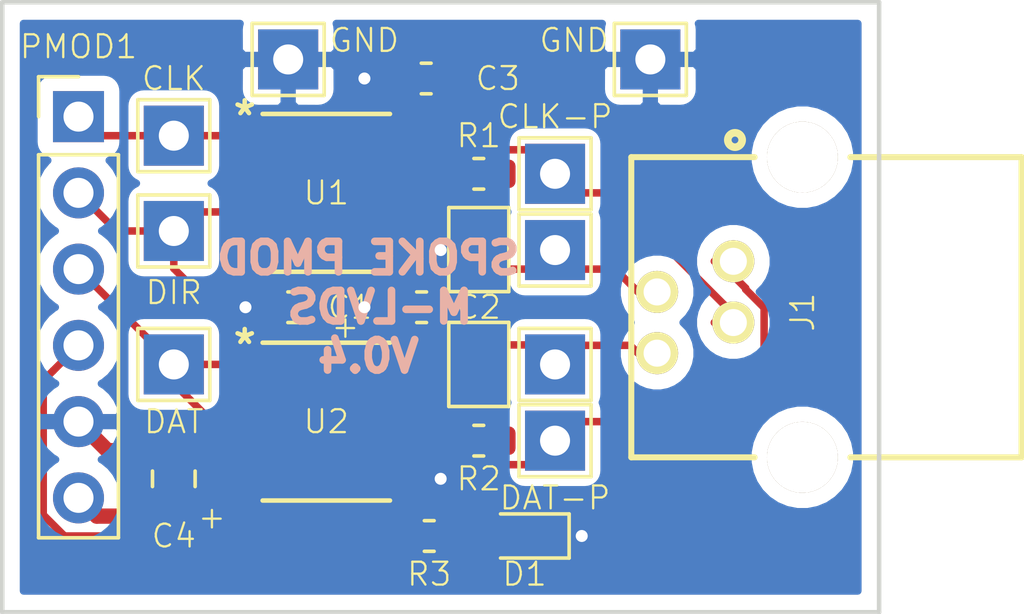
<source format=kicad_pcb>
(kicad_pcb (version 20171130) (host pcbnew 5.1.0-060a0da~80~ubuntu18.04.1)

  (general
    (thickness 1.6)
    (drawings 7)
    (tracks 117)
    (zones 0)
    (modules 23)
    (nets 14)
  )

  (page A4)
  (layers
    (0 F.Cu signal)
    (31 B.Cu signal)
    (33 F.Adhes user)
    (35 F.Paste user)
    (36 B.SilkS user)
    (37 F.SilkS user)
    (38 B.Mask user)
    (39 F.Mask user)
    (40 Dwgs.User user)
    (41 Cmts.User user)
    (42 Eco1.User user)
    (43 Eco2.User user)
    (44 Edge.Cuts user)
    (45 Margin user)
    (46 B.CrtYd user)
    (47 F.CrtYd user)
    (49 F.Fab user)
  )

  (setup
    (last_trace_width 0.25)
    (trace_clearance 0.2)
    (zone_clearance 0.508)
    (zone_45_only no)
    (trace_min 0.2)
    (via_size 0.8)
    (via_drill 0.4)
    (via_min_size 0.4)
    (via_min_drill 0.3)
    (uvia_size 0.3)
    (uvia_drill 0.1)
    (uvias_allowed no)
    (uvia_min_size 0.2)
    (uvia_min_drill 0.1)
    (edge_width 0.15)
    (segment_width 0.2)
    (pcb_text_width 0.3)
    (pcb_text_size 1.5 1.5)
    (mod_edge_width 0.15)
    (mod_text_size 1 1)
    (mod_text_width 0.15)
    (pad_size 1.524 1.524)
    (pad_drill 0.762)
    (pad_to_mask_clearance 0.051)
    (solder_mask_min_width 0.25)
    (aux_axis_origin 0 0)
    (visible_elements FFFFEF7F)
    (pcbplotparams
      (layerselection 0x010fc_ffffffff)
      (usegerberextensions false)
      (usegerberattributes false)
      (usegerberadvancedattributes false)
      (creategerberjobfile false)
      (excludeedgelayer true)
      (linewidth 0.100000)
      (plotframeref false)
      (viasonmask false)
      (mode 1)
      (useauxorigin false)
      (hpglpennumber 1)
      (hpglpenspeed 20)
      (hpglpendiameter 15.000000)
      (psnegative false)
      (psa4output false)
      (plotreference true)
      (plotvalue true)
      (plotinvisibletext false)
      (padsonsilk false)
      (subtractmaskfromsilk false)
      (outputformat 1)
      (mirror false)
      (drillshape 1)
      (scaleselection 1)
      (outputdirectory ""))
  )

  (net 0 "")
  (net 1 +3V3)
  (net 2 GND)
  (net 3 /CLK-P)
  (net 4 /CLK-N)
  (net 5 /DAT-N)
  (net 6 /DAT-P)
  (net 7 /CLK)
  (net 8 /DAT)
  (net 9 "Net-(D1-Pad2)")
  (net 10 "Net-(JP2-Pad1)")
  (net 11 "Net-(JP1-Pad1)")
  (net 12 /DIR)
  (net 13 /LED)

  (net_class Default "This is the default net class."
    (clearance 0.2)
    (trace_width 0.25)
    (via_dia 0.8)
    (via_drill 0.4)
    (uvia_dia 0.3)
    (uvia_drill 0.1)
    (add_net +3V3)
    (add_net /CLK)
    (add_net /CLK-N)
    (add_net /CLK-P)
    (add_net /DAT)
    (add_net /DAT-N)
    (add_net /DAT-P)
    (add_net /DIR)
    (add_net /LED)
    (add_net GND)
    (add_net "Net-(D1-Pad2)")
    (add_net "Net-(JP1-Pad1)")
    (add_net "Net-(JP2-Pad1)")
  )

  (module TestPoint:TestPoint_THTPad_2.0x2.0mm_Drill1.0mm (layer F.Cu) (tedit 5C7457A0) (tstamp 5C9AD63E)
    (at 123.19 88.265)
    (descr "THT rectangular pad as test Point, square 2.0mm_Drill1.0mm  side length, hole diameter 1.0mm")
    (tags "test point THT pad rectangle square")
    (path /5C74C161)
    (attr virtual)
    (fp_text reference TP8 (at 0 -1.998) (layer F.SilkS) hide
      (effects (font (size 1 1) (thickness 0.15)))
    )
    (fp_text value GND (at -2.54 -0.635) (layer F.SilkS)
      (effects (font (size 0.762 0.762) (thickness 0.0762)))
    )
    (fp_line (start 1.5 1.5) (end -1.5 1.5) (layer F.CrtYd) (width 0.05))
    (fp_line (start 1.5 1.5) (end 1.5 -1.5) (layer F.CrtYd) (width 0.05))
    (fp_line (start -1.5 -1.5) (end -1.5 1.5) (layer F.CrtYd) (width 0.05))
    (fp_line (start -1.5 -1.5) (end 1.5 -1.5) (layer F.CrtYd) (width 0.05))
    (fp_line (start -1.2 1.2) (end -1.2 -1.2) (layer F.SilkS) (width 0.12))
    (fp_line (start 1.2 1.2) (end -1.2 1.2) (layer F.SilkS) (width 0.12))
    (fp_line (start 1.2 -1.2) (end 1.2 1.2) (layer F.SilkS) (width 0.12))
    (fp_line (start -1.2 -1.2) (end 1.2 -1.2) (layer F.SilkS) (width 0.12))
    (fp_text user %R (at 0 -2) (layer F.Fab) hide
      (effects (font (size 1 1) (thickness 0.15)))
    )
    (pad 1 thru_hole rect (at 0 0) (size 2 2) (drill 1) (layers *.Cu *.Mask)
      (net 2 GND))
  )

  (module TestPoint:TestPoint_THTPad_2.0x2.0mm_Drill1.0mm (layer F.Cu) (tedit 5C745795) (tstamp 5C9ADA97)
    (at 111.125 88.265)
    (descr "THT rectangular pad as test Point, square 2.0mm_Drill1.0mm  side length, hole diameter 1.0mm")
    (tags "test point THT pad rectangle square")
    (path /5C74AD30)
    (attr virtual)
    (fp_text reference TP9 (at 0 -1.998) (layer F.SilkS) hide
      (effects (font (size 1 1) (thickness 0.15)))
    )
    (fp_text value GND (at 2.54 -0.635) (layer F.SilkS)
      (effects (font (size 0.762 0.762) (thickness 0.0762)))
    )
    (fp_text user %R (at 0 -2) (layer F.Fab) hide
      (effects (font (size 1 1) (thickness 0.15)))
    )
    (fp_line (start -1.2 -1.2) (end 1.2 -1.2) (layer F.SilkS) (width 0.12))
    (fp_line (start 1.2 -1.2) (end 1.2 1.2) (layer F.SilkS) (width 0.12))
    (fp_line (start 1.2 1.2) (end -1.2 1.2) (layer F.SilkS) (width 0.12))
    (fp_line (start -1.2 1.2) (end -1.2 -1.2) (layer F.SilkS) (width 0.12))
    (fp_line (start -1.5 -1.5) (end 1.5 -1.5) (layer F.CrtYd) (width 0.05))
    (fp_line (start -1.5 -1.5) (end -1.5 1.5) (layer F.CrtYd) (width 0.05))
    (fp_line (start 1.5 1.5) (end 1.5 -1.5) (layer F.CrtYd) (width 0.05))
    (fp_line (start 1.5 1.5) (end -1.5 1.5) (layer F.CrtYd) (width 0.05))
    (pad 1 thru_hole rect (at 0 0) (size 2 2) (drill 1) (layers *.Cu *.Mask)
      (net 2 GND))
  )

  (module Capacitor_SMD:C_0805_2012Metric (layer F.Cu) (tedit 5C738DA1) (tstamp 5C9ADB72)
    (at 107.315 102.235 90)
    (descr "Capacitor SMD 0805 (2012 Metric), square (rectangular) end terminal, IPC_7351 nominal, (Body size source: https://docs.google.com/spreadsheets/d/1BsfQQcO9C6DZCsRaXUlFlo91Tg2WpOkGARC1WS5S8t0/edit?usp=sharing), generated with kicad-footprint-generator")
    (tags capacitor)
    (path /5C746791)
    (attr smd)
    (fp_text reference C4 (at -1.905 0 180) (layer F.SilkS)
      (effects (font (size 0.762 0.762) (thickness 0.0762)))
    )
    (fp_text value 10uF (at 0 1.65 90) (layer F.Fab) hide
      (effects (font (size 1 1) (thickness 0.15)))
    )
    (fp_line (start -1 0.6) (end -1 -0.6) (layer F.Fab) (width 0.1))
    (fp_line (start -1 -0.6) (end 1 -0.6) (layer F.Fab) (width 0.1))
    (fp_line (start 1 -0.6) (end 1 0.6) (layer F.Fab) (width 0.1))
    (fp_line (start 1 0.6) (end -1 0.6) (layer F.Fab) (width 0.1))
    (fp_line (start -0.258578 -0.71) (end 0.258578 -0.71) (layer F.SilkS) (width 0.12))
    (fp_line (start -0.258578 0.71) (end 0.258578 0.71) (layer F.SilkS) (width 0.12))
    (fp_line (start -1.68 0.95) (end -1.68 -0.95) (layer F.CrtYd) (width 0.05))
    (fp_line (start -1.68 -0.95) (end 1.68 -0.95) (layer F.CrtYd) (width 0.05))
    (fp_line (start 1.68 -0.95) (end 1.68 0.95) (layer F.CrtYd) (width 0.05))
    (fp_line (start 1.68 0.95) (end -1.68 0.95) (layer F.CrtYd) (width 0.05))
    (fp_text user %R (at 0 0 90) (layer F.Fab)
      (effects (font (size 0.5 0.5) (thickness 0.08)))
    )
    (pad 1 smd roundrect (at -0.9375 0 90) (size 0.975 1.4) (layers F.Cu F.Paste F.Mask) (roundrect_rratio 0.25)
      (net 1 +3V3))
    (pad 2 smd roundrect (at 0.9375 0 90) (size 0.975 1.4) (layers F.Cu F.Paste F.Mask) (roundrect_rratio 0.25)
      (net 2 GND))
    (model ${KISYS3DMOD}/Capacitor_SMD.3dshapes/C_0805_2012Metric.wrl
      (at (xyz 0 0 0))
      (scale (xyz 1 1 1))
      (rotate (xyz 0 0 0))
    )
  )

  (module Connector_PinHeader_2.54mm:PinHeader_1x06_P2.54mm_Vertical (layer F.Cu) (tedit 5C738A01) (tstamp 5C9ADACA)
    (at 104.14 90.17)
    (descr "Through hole straight pin header, 1x06, 2.54mm pitch, single row")
    (tags "Through hole pin header THT 1x06 2.54mm single row")
    (path /5C739C79)
    (fp_text reference PMOD1 (at 0 -2.33) (layer F.SilkS)
      (effects (font (size 0.762 0.762) (thickness 0.0762)))
    )
    (fp_text value PMOD-Device-x1-Type-1-GPIO (at 0 15.03) (layer F.Fab) hide
      (effects (font (size 1 1) (thickness 0.15)))
    )
    (fp_line (start -0.635 -1.27) (end 1.27 -1.27) (layer F.Fab) (width 0.1))
    (fp_line (start 1.27 -1.27) (end 1.27 13.97) (layer F.Fab) (width 0.1))
    (fp_line (start 1.27 13.97) (end -1.27 13.97) (layer F.Fab) (width 0.1))
    (fp_line (start -1.27 13.97) (end -1.27 -0.635) (layer F.Fab) (width 0.1))
    (fp_line (start -1.27 -0.635) (end -0.635 -1.27) (layer F.Fab) (width 0.1))
    (fp_line (start -1.33 14.03) (end 1.33 14.03) (layer F.SilkS) (width 0.12))
    (fp_line (start -1.33 1.27) (end -1.33 14.03) (layer F.SilkS) (width 0.12))
    (fp_line (start 1.33 1.27) (end 1.33 14.03) (layer F.SilkS) (width 0.12))
    (fp_line (start -1.33 1.27) (end 1.33 1.27) (layer F.SilkS) (width 0.12))
    (fp_line (start -1.33 0) (end -1.33 -1.33) (layer F.SilkS) (width 0.12))
    (fp_line (start -1.33 -1.33) (end 0 -1.33) (layer F.SilkS) (width 0.12))
    (fp_line (start -1.8 -1.8) (end -1.8 14.5) (layer F.CrtYd) (width 0.05))
    (fp_line (start -1.8 14.5) (end 1.8 14.5) (layer F.CrtYd) (width 0.05))
    (fp_line (start 1.8 14.5) (end 1.8 -1.8) (layer F.CrtYd) (width 0.05))
    (fp_line (start 1.8 -1.8) (end -1.8 -1.8) (layer F.CrtYd) (width 0.05))
    (fp_text user %R (at 0 6.35 90) (layer F.Fab) hide
      (effects (font (size 1 1) (thickness 0.15)))
    )
    (pad 1 thru_hole rect (at 0 0) (size 1.7 1.7) (drill 1) (layers *.Cu *.Mask)
      (net 7 /CLK))
    (pad 2 thru_hole oval (at 0 2.54) (size 1.7 1.7) (drill 1) (layers *.Cu *.Mask)
      (net 12 /DIR))
    (pad 3 thru_hole oval (at 0 5.08) (size 1.7 1.7) (drill 1) (layers *.Cu *.Mask)
      (net 8 /DAT))
    (pad 4 thru_hole oval (at 0 7.62) (size 1.7 1.7) (drill 1) (layers *.Cu *.Mask)
      (net 13 /LED))
    (pad 5 thru_hole oval (at 0 10.16) (size 1.7 1.7) (drill 1) (layers *.Cu *.Mask)
      (net 2 GND))
    (pad 6 thru_hole oval (at 0 12.7) (size 1.7 1.7) (drill 1) (layers *.Cu *.Mask)
      (net 1 +3V3))
    (model ${KISYS3DMOD}/Connector_PinHeader_2.54mm.3dshapes/PinHeader_1x06_P2.54mm_Vertical.wrl
      (at (xyz 0 0 0))
      (scale (xyz 1 1 1))
      (rotate (xyz 0 0 0))
    )
  )

  (module TestPoint:TestPoint_THTPad_2.0x2.0mm_Drill1.0mm (layer F.Cu) (tedit 5C744E12) (tstamp 5C9AD5E4)
    (at 107.315 90.805)
    (descr "THT rectangular pad as test Point, square 2.0mm_Drill1.0mm  side length, hole diameter 1.0mm")
    (tags "test point THT pad rectangle square")
    (path /5C659A60)
    (attr virtual)
    (fp_text reference TP1 (at 0 -1.998) (layer F.SilkS) hide
      (effects (font (size 1 1) (thickness 0.15)))
    )
    (fp_text value CLK (at 0 -1.905) (layer F.SilkS)
      (effects (font (size 0.762 0.762) (thickness 0.0762)))
    )
    (fp_text user %R (at 0 -2) (layer F.Fab) hide
      (effects (font (size 1 1) (thickness 0.15)))
    )
    (fp_line (start -1.2 -1.2) (end 1.2 -1.2) (layer F.SilkS) (width 0.12))
    (fp_line (start 1.2 -1.2) (end 1.2 1.2) (layer F.SilkS) (width 0.12))
    (fp_line (start 1.2 1.2) (end -1.2 1.2) (layer F.SilkS) (width 0.12))
    (fp_line (start -1.2 1.2) (end -1.2 -1.2) (layer F.SilkS) (width 0.12))
    (fp_line (start -1.5 -1.5) (end 1.5 -1.5) (layer F.CrtYd) (width 0.05))
    (fp_line (start -1.5 -1.5) (end -1.5 1.5) (layer F.CrtYd) (width 0.05))
    (fp_line (start 1.5 1.5) (end 1.5 -1.5) (layer F.CrtYd) (width 0.05))
    (fp_line (start 1.5 1.5) (end -1.5 1.5) (layer F.CrtYd) (width 0.05))
    (pad 1 thru_hole rect (at 0 0) (size 2 2) (drill 1) (layers *.Cu *.Mask)
      (net 7 /CLK))
  )

  (module TestPoint:TestPoint_THTPad_2.0x2.0mm_Drill1.0mm (layer F.Cu) (tedit 5C744E24) (tstamp 5C9AD9FE)
    (at 107.315 93.98)
    (descr "THT rectangular pad as test Point, square 2.0mm_Drill1.0mm  side length, hole diameter 1.0mm")
    (tags "test point THT pad rectangle square")
    (path /5C6607E2)
    (attr virtual)
    (fp_text reference TP2 (at 0 -1.998) (layer F.SilkS) hide
      (effects (font (size 1 1) (thickness 0.15)))
    )
    (fp_text value DIR (at 0 2.05) (layer F.SilkS)
      (effects (font (size 0.762 0.762) (thickness 0.0762)))
    )
    (fp_line (start 1.5 1.5) (end -1.5 1.5) (layer F.CrtYd) (width 0.05))
    (fp_line (start 1.5 1.5) (end 1.5 -1.5) (layer F.CrtYd) (width 0.05))
    (fp_line (start -1.5 -1.5) (end -1.5 1.5) (layer F.CrtYd) (width 0.05))
    (fp_line (start -1.5 -1.5) (end 1.5 -1.5) (layer F.CrtYd) (width 0.05))
    (fp_line (start -1.2 1.2) (end -1.2 -1.2) (layer F.SilkS) (width 0.12))
    (fp_line (start 1.2 1.2) (end -1.2 1.2) (layer F.SilkS) (width 0.12))
    (fp_line (start 1.2 -1.2) (end 1.2 1.2) (layer F.SilkS) (width 0.12))
    (fp_line (start -1.2 -1.2) (end 1.2 -1.2) (layer F.SilkS) (width 0.12))
    (fp_text user %R (at 0 -2) (layer F.Fab) hide
      (effects (font (size 1 1) (thickness 0.15)))
    )
    (pad 1 thru_hole rect (at 0 0) (size 2 2) (drill 1) (layers *.Cu *.Mask)
      (net 12 /DIR))
  )

  (module TestPoint:TestPoint_THTPad_2.0x2.0mm_Drill1.0mm (layer F.Cu) (tedit 5C744E39) (tstamp 5C9AD9D7)
    (at 107.315 98.425)
    (descr "THT rectangular pad as test Point, square 2.0mm_Drill1.0mm  side length, hole diameter 1.0mm")
    (tags "test point THT pad rectangle square")
    (path /5C6607A8)
    (attr virtual)
    (fp_text reference TP3 (at 0 -1.998) (layer F.SilkS) hide
      (effects (font (size 1 1) (thickness 0.15)))
    )
    (fp_text value DAT (at 0 1.905) (layer F.SilkS)
      (effects (font (size 0.762 0.762) (thickness 0.0762)))
    )
    (fp_text user %R (at 0 -2) (layer F.Fab) hide
      (effects (font (size 1 1) (thickness 0.15)))
    )
    (fp_line (start -1.2 -1.2) (end 1.2 -1.2) (layer F.SilkS) (width 0.12))
    (fp_line (start 1.2 -1.2) (end 1.2 1.2) (layer F.SilkS) (width 0.12))
    (fp_line (start 1.2 1.2) (end -1.2 1.2) (layer F.SilkS) (width 0.12))
    (fp_line (start -1.2 1.2) (end -1.2 -1.2) (layer F.SilkS) (width 0.12))
    (fp_line (start -1.5 -1.5) (end 1.5 -1.5) (layer F.CrtYd) (width 0.05))
    (fp_line (start -1.5 -1.5) (end -1.5 1.5) (layer F.CrtYd) (width 0.05))
    (fp_line (start 1.5 1.5) (end 1.5 -1.5) (layer F.CrtYd) (width 0.05))
    (fp_line (start 1.5 1.5) (end -1.5 1.5) (layer F.CrtYd) (width 0.05))
    (pad 1 thru_hole rect (at 0 0) (size 2 2) (drill 1) (layers *.Cu *.Mask)
      (net 8 /DAT))
  )

  (module TestPoint:TestPoint_THTPad_2.0x2.0mm_Drill1.0mm (layer F.Cu) (tedit 5C744DDC) (tstamp 5C9AD87B)
    (at 120.015 92.075)
    (descr "THT rectangular pad as test Point, square 2.0mm_Drill1.0mm  side length, hole diameter 1.0mm")
    (tags "test point THT pad rectangle square")
    (path /5C660A3A)
    (attr virtual)
    (fp_text reference TP4 (at 0 -1.998) (layer F.SilkS) hide
      (effects (font (size 1 1) (thickness 0.15)))
    )
    (fp_text value CLK-P (at 0 -1.905) (layer F.SilkS)
      (effects (font (size 0.762 0.762) (thickness 0.0762)))
    )
    (fp_line (start 1.5 1.5) (end -1.5 1.5) (layer F.CrtYd) (width 0.05))
    (fp_line (start 1.5 1.5) (end 1.5 -1.5) (layer F.CrtYd) (width 0.05))
    (fp_line (start -1.5 -1.5) (end -1.5 1.5) (layer F.CrtYd) (width 0.05))
    (fp_line (start -1.5 -1.5) (end 1.5 -1.5) (layer F.CrtYd) (width 0.05))
    (fp_line (start -1.2 1.2) (end -1.2 -1.2) (layer F.SilkS) (width 0.12))
    (fp_line (start 1.2 1.2) (end -1.2 1.2) (layer F.SilkS) (width 0.12))
    (fp_line (start 1.2 -1.2) (end 1.2 1.2) (layer F.SilkS) (width 0.12))
    (fp_line (start -1.2 -1.2) (end 1.2 -1.2) (layer F.SilkS) (width 0.12))
    (fp_text user %R (at 0 -2) (layer F.Fab) hide
      (effects (font (size 1 1) (thickness 0.15)))
    )
    (pad 1 thru_hole rect (at 0 0) (size 2 2) (drill 1) (layers *.Cu *.Mask)
      (net 3 /CLK-P))
  )

  (module TestPoint:TestPoint_THTPad_2.0x2.0mm_Drill1.0mm (layer F.Cu) (tedit 5C745A4B) (tstamp 5C9AD710)
    (at 120.015 94.615)
    (descr "THT rectangular pad as test Point, square 2.0mm_Drill1.0mm  side length, hole diameter 1.0mm")
    (tags "test point THT pad rectangle square")
    (path /5C660B5E)
    (attr virtual)
    (fp_text reference TP5 (at 0 -1.998) (layer F.SilkS) hide
      (effects (font (size 1 1) (thickness 0.15)))
    )
    (fp_text value N (at 0 2.05) (layer F.Fab) hide
      (effects (font (size 1 1) (thickness 0.15)))
    )
    (fp_text user %R (at 0 -2) (layer F.Fab) hide
      (effects (font (size 1 1) (thickness 0.15)))
    )
    (fp_line (start -1.2 -1.2) (end 1.2 -1.2) (layer F.SilkS) (width 0.12))
    (fp_line (start 1.2 -1.2) (end 1.2 1.2) (layer F.SilkS) (width 0.12))
    (fp_line (start 1.2 1.2) (end -1.2 1.2) (layer F.SilkS) (width 0.12))
    (fp_line (start -1.2 1.2) (end -1.2 -1.2) (layer F.SilkS) (width 0.12))
    (fp_line (start -1.5 -1.5) (end 1.5 -1.5) (layer F.CrtYd) (width 0.05))
    (fp_line (start -1.5 -1.5) (end -1.5 1.5) (layer F.CrtYd) (width 0.05))
    (fp_line (start 1.5 1.5) (end 1.5 -1.5) (layer F.CrtYd) (width 0.05))
    (fp_line (start 1.5 1.5) (end -1.5 1.5) (layer F.CrtYd) (width 0.05))
    (pad 1 thru_hole rect (at 0 0) (size 2 2) (drill 1) (layers *.Cu *.Mask)
      (net 4 /CLK-N))
  )

  (module TestPoint:TestPoint_THTPad_2.0x2.0mm_Drill1.0mm (layer F.Cu) (tedit 5C745A3B) (tstamp 5C9AD791)
    (at 120.015 98.425)
    (descr "THT rectangular pad as test Point, square 2.0mm_Drill1.0mm  side length, hole diameter 1.0mm")
    (tags "test point THT pad rectangle square")
    (path /5C660A86)
    (attr virtual)
    (fp_text reference TP6 (at 0 -1.998) (layer F.SilkS) hide
      (effects (font (size 1 1) (thickness 0.15)))
    )
    (fp_text value N (at 0 2.05) (layer F.Fab) hide
      (effects (font (size 1 1) (thickness 0.15)))
    )
    (fp_line (start 1.5 1.5) (end -1.5 1.5) (layer F.CrtYd) (width 0.05))
    (fp_line (start 1.5 1.5) (end 1.5 -1.5) (layer F.CrtYd) (width 0.05))
    (fp_line (start -1.5 -1.5) (end -1.5 1.5) (layer F.CrtYd) (width 0.05))
    (fp_line (start -1.5 -1.5) (end 1.5 -1.5) (layer F.CrtYd) (width 0.05))
    (fp_line (start -1.2 1.2) (end -1.2 -1.2) (layer F.SilkS) (width 0.12))
    (fp_line (start 1.2 1.2) (end -1.2 1.2) (layer F.SilkS) (width 0.12))
    (fp_line (start 1.2 -1.2) (end 1.2 1.2) (layer F.SilkS) (width 0.12))
    (fp_line (start -1.2 -1.2) (end 1.2 -1.2) (layer F.SilkS) (width 0.12))
    (fp_text user %R (at 0 -2) (layer F.Fab) hide
      (effects (font (size 1 1) (thickness 0.15)))
    )
    (pad 1 thru_hole rect (at 0 0) (size 2 2) (drill 1) (layers *.Cu *.Mask)
      (net 5 /DAT-N))
  )

  (module TestPoint:TestPoint_THTPad_2.0x2.0mm_Drill1.0mm (layer F.Cu) (tedit 5C745A1F) (tstamp 5C9AD73A)
    (at 120.015 100.965)
    (descr "THT rectangular pad as test Point, square 2.0mm_Drill1.0mm  side length, hole diameter 1.0mm")
    (tags "test point THT pad rectangle square")
    (path /5C660980)
    (attr virtual)
    (fp_text reference TP7 (at 0 -1.998) (layer F.SilkS) hide
      (effects (font (size 1 1) (thickness 0.15)))
    )
    (fp_text value DAT-P (at 0 1.905) (layer F.SilkS)
      (effects (font (size 0.762 0.762) (thickness 0.0762)))
    )
    (fp_text user %R (at 0 -2) (layer F.Fab) hide
      (effects (font (size 1 1) (thickness 0.15)))
    )
    (fp_line (start -1.2 -1.2) (end 1.2 -1.2) (layer F.SilkS) (width 0.12))
    (fp_line (start 1.2 -1.2) (end 1.2 1.2) (layer F.SilkS) (width 0.12))
    (fp_line (start 1.2 1.2) (end -1.2 1.2) (layer F.SilkS) (width 0.12))
    (fp_line (start -1.2 1.2) (end -1.2 -1.2) (layer F.SilkS) (width 0.12))
    (fp_line (start -1.5 -1.5) (end 1.5 -1.5) (layer F.CrtYd) (width 0.05))
    (fp_line (start -1.5 -1.5) (end -1.5 1.5) (layer F.CrtYd) (width 0.05))
    (fp_line (start 1.5 1.5) (end 1.5 -1.5) (layer F.CrtYd) (width 0.05))
    (fp_line (start 1.5 1.5) (end -1.5 1.5) (layer F.CrtYd) (width 0.05))
    (pad 1 thru_hole rect (at 0 0) (size 2 2) (drill 1) (layers *.Cu *.Mask)
      (net 6 /DAT-P))
  )

  (module Jumper:SolderJumper-2_P1.3mm_Bridged_Pad1.0x1.5mm (layer F.Cu) (tedit 5C658233) (tstamp 5C9AD68F)
    (at 117.475 94.6 270)
    (descr "SMD Solder Jumper, 1x1.5mm Pads, 0.3mm gap, bridged with 1 copper strip")
    (tags "solder jumper open")
    (path /5C64FCB7)
    (attr virtual)
    (fp_text reference JP1 (at 0 -1.8 270) (layer F.SilkS) hide
      (effects (font (size 0.762 0.762) (thickness 0.0762)))
    )
    (fp_text value SolderJumper_2_Bridged (at 0 1.9 270) (layer F.Fab) hide
      (effects (font (size 1 1) (thickness 0.15)))
    )
    (fp_line (start -1.4 1) (end -1.4 -1) (layer F.SilkS) (width 0.12))
    (fp_line (start 1.4 1) (end -1.4 1) (layer F.SilkS) (width 0.12))
    (fp_line (start 1.4 -1) (end 1.4 1) (layer F.SilkS) (width 0.12))
    (fp_line (start -1.4 -1) (end 1.4 -1) (layer F.SilkS) (width 0.12))
    (fp_line (start -1.65 -1.25) (end 1.65 -1.25) (layer F.CrtYd) (width 0.05))
    (fp_line (start -1.65 -1.25) (end -1.65 1.25) (layer F.CrtYd) (width 0.05))
    (fp_line (start 1.65 1.25) (end 1.65 -1.25) (layer F.CrtYd) (width 0.05))
    (fp_line (start 1.65 1.25) (end -1.65 1.25) (layer F.CrtYd) (width 0.05))
    (pad 1 smd custom (at -0.65 0 270) (size 1 1.5) (layers F.Cu F.Mask)
      (net 11 "Net-(JP1-Pad1)")
      (options (clearance outline) (anchor rect))
      (primitives
        (gr_poly (pts
           (xy 0.4 -0.3) (xy 0.9 -0.3) (xy 0.9 0.3) (xy 0.4 0.3)) (width 0))
      ))
    (pad 2 smd rect (at 0.65 0 270) (size 1 1.5) (layers F.Cu F.Mask)
      (net 4 /CLK-N))
  )

  (module Jumper:SolderJumper-2_P1.3mm_Bridged_Pad1.0x1.5mm (layer F.Cu) (tedit 5C658224) (tstamp 5C9AD6E9)
    (at 117.475 98.425 90)
    (descr "SMD Solder Jumper, 1x1.5mm Pads, 0.3mm gap, bridged with 1 copper strip")
    (tags "solder jumper open")
    (path /5C64FD4A)
    (attr virtual)
    (fp_text reference JP2 (at 0 1.905 90) (layer F.SilkS) hide
      (effects (font (size 0.762 0.762) (thickness 0.0762)))
    )
    (fp_text value SolderJumper_2_Bridged (at 0 1.9 90) (layer F.Fab) hide
      (effects (font (size 1 1) (thickness 0.15)))
    )
    (fp_line (start 1.65 1.25) (end -1.65 1.25) (layer F.CrtYd) (width 0.05))
    (fp_line (start 1.65 1.25) (end 1.65 -1.25) (layer F.CrtYd) (width 0.05))
    (fp_line (start -1.65 -1.25) (end -1.65 1.25) (layer F.CrtYd) (width 0.05))
    (fp_line (start -1.65 -1.25) (end 1.65 -1.25) (layer F.CrtYd) (width 0.05))
    (fp_line (start -1.4 -1) (end 1.4 -1) (layer F.SilkS) (width 0.12))
    (fp_line (start 1.4 -1) (end 1.4 1) (layer F.SilkS) (width 0.12))
    (fp_line (start 1.4 1) (end -1.4 1) (layer F.SilkS) (width 0.12))
    (fp_line (start -1.4 1) (end -1.4 -1) (layer F.SilkS) (width 0.12))
    (pad 2 smd rect (at 0.65 0 90) (size 1 1.5) (layers F.Cu F.Mask)
      (net 5 /DAT-N))
    (pad 1 smd custom (at -0.65 0 90) (size 1 1.5) (layers F.Cu F.Mask)
      (net 10 "Net-(JP2-Pad1)")
      (options (clearance outline) (anchor rect))
      (primitives
        (gr_poly (pts
           (xy 0.4 -0.3) (xy 0.9 -0.3) (xy 0.9 0.3) (xy 0.4 0.3)) (width 0))
      ))
  )

  (module Resistor_SMD:R_0603_1608Metric (layer F.Cu) (tedit 5C644E91) (tstamp 5C9AD611)
    (at 115.824 104.14 180)
    (descr "Resistor SMD 0603 (1608 Metric), square (rectangular) end terminal, IPC_7351 nominal, (Body size source: http://www.tortai-tech.com/upload/download/2011102023233369053.pdf), generated with kicad-footprint-generator")
    (tags resistor)
    (path /5C659C2C)
    (attr smd)
    (fp_text reference R3 (at 0 -1.27 180) (layer F.SilkS)
      (effects (font (size 0.762 0.762) (thickness 0.0762)))
    )
    (fp_text value 100 (at 0 1.43 180) (layer F.Fab) hide
      (effects (font (size 1 1) (thickness 0.15)))
    )
    (fp_line (start -0.8 0.4) (end -0.8 -0.4) (layer F.Fab) (width 0.1))
    (fp_line (start -0.8 -0.4) (end 0.8 -0.4) (layer F.Fab) (width 0.1))
    (fp_line (start 0.8 -0.4) (end 0.8 0.4) (layer F.Fab) (width 0.1))
    (fp_line (start 0.8 0.4) (end -0.8 0.4) (layer F.Fab) (width 0.1))
    (fp_line (start -0.162779 -0.51) (end 0.162779 -0.51) (layer F.SilkS) (width 0.12))
    (fp_line (start -0.162779 0.51) (end 0.162779 0.51) (layer F.SilkS) (width 0.12))
    (fp_line (start -1.48 0.73) (end -1.48 -0.73) (layer F.CrtYd) (width 0.05))
    (fp_line (start -1.48 -0.73) (end 1.48 -0.73) (layer F.CrtYd) (width 0.05))
    (fp_line (start 1.48 -0.73) (end 1.48 0.73) (layer F.CrtYd) (width 0.05))
    (fp_line (start 1.48 0.73) (end -1.48 0.73) (layer F.CrtYd) (width 0.05))
    (fp_text user %R (at 0 0 180) (layer F.Fab)
      (effects (font (size 0.4 0.4) (thickness 0.06)))
    )
    (pad 1 smd roundrect (at -0.7875 0 180) (size 0.875 0.95) (layers F.Cu F.Paste F.Mask) (roundrect_rratio 0.25)
      (net 9 "Net-(D1-Pad2)"))
    (pad 2 smd roundrect (at 0.7875 0 180) (size 0.875 0.95) (layers F.Cu F.Paste F.Mask) (roundrect_rratio 0.25)
      (net 13 /LED))
    (model ${KISYS3DMOD}/Resistor_SMD.3dshapes/R_0603_1608Metric.wrl
      (at (xyz 0 0 0))
      (scale (xyz 1 1 1))
      (rotate (xyz 0 0 0))
    )
  )

  (module Capacitor_SMD:C_0603_1608Metric (layer F.Cu) (tedit 5C632CA0) (tstamp 5C9AD764)
    (at 115.7225 88.9 180)
    (descr "Capacitor SMD 0603 (1608 Metric), square (rectangular) end terminal, IPC_7351 nominal, (Body size source: http://www.tortai-tech.com/upload/download/2011102023233369053.pdf), generated with kicad-footprint-generator")
    (tags capacitor)
    (path /5C6615BA)
    (attr smd)
    (fp_text reference C3 (at -2.3875 0 180) (layer F.SilkS)
      (effects (font (size 0.762 0.762) (thickness 0.0762)))
    )
    (fp_text value 0.1uF (at 0 1.43 180) (layer F.Fab) hide
      (effects (font (size 1 1) (thickness 0.15)))
    )
    (fp_line (start -0.8 0.4) (end -0.8 -0.4) (layer F.Fab) (width 0.1))
    (fp_line (start -0.8 -0.4) (end 0.8 -0.4) (layer F.Fab) (width 0.1))
    (fp_line (start 0.8 -0.4) (end 0.8 0.4) (layer F.Fab) (width 0.1))
    (fp_line (start 0.8 0.4) (end -0.8 0.4) (layer F.Fab) (width 0.1))
    (fp_line (start -0.162779 -0.51) (end 0.162779 -0.51) (layer F.SilkS) (width 0.12))
    (fp_line (start -0.162779 0.51) (end 0.162779 0.51) (layer F.SilkS) (width 0.12))
    (fp_line (start -1.48 0.73) (end -1.48 -0.73) (layer F.CrtYd) (width 0.05))
    (fp_line (start -1.48 -0.73) (end 1.48 -0.73) (layer F.CrtYd) (width 0.05))
    (fp_line (start 1.48 -0.73) (end 1.48 0.73) (layer F.CrtYd) (width 0.05))
    (fp_line (start 1.48 0.73) (end -1.48 0.73) (layer F.CrtYd) (width 0.05))
    (fp_text user %R (at 0 0 180) (layer F.Fab)
      (effects (font (size 0.4 0.4) (thickness 0.06)))
    )
    (pad 1 smd roundrect (at -0.7875 0 180) (size 0.875 0.95) (layers F.Cu F.Paste F.Mask) (roundrect_rratio 0.25)
      (net 1 +3V3))
    (pad 2 smd roundrect (at 0.7875 0 180) (size 0.875 0.95) (layers F.Cu F.Paste F.Mask) (roundrect_rratio 0.25)
      (net 2 GND))
    (model ${KISYS3DMOD}/Capacitor_SMD.3dshapes/C_0603_1608Metric.wrl
      (at (xyz 0 0 0))
      (scale (xyz 1 1 1))
      (rotate (xyz 0 0 0))
    )
  )

  (module Capacitor_SMD:C_0603_1608Metric (layer F.Cu) (tedit 5C632D9A) (tstamp 5C9AD9AA)
    (at 115.57 96.52 180)
    (descr "Capacitor SMD 0603 (1608 Metric), square (rectangular) end terminal, IPC_7351 nominal, (Body size source: http://www.tortai-tech.com/upload/download/2011102023233369053.pdf), generated with kicad-footprint-generator")
    (tags capacitor)
    (path /5C6614EF)
    (attr smd)
    (fp_text reference C2 (at -1.905 0 180) (layer F.SilkS)
      (effects (font (size 0.762 0.762) (thickness 0.0762)))
    )
    (fp_text value 0.1uF (at 0 1.43 180) (layer F.Fab) hide
      (effects (font (size 1 1) (thickness 0.15)))
    )
    (fp_text user %R (at 0 0 180) (layer F.Fab)
      (effects (font (size 0.4 0.4) (thickness 0.06)))
    )
    (fp_line (start 1.48 0.73) (end -1.48 0.73) (layer F.CrtYd) (width 0.05))
    (fp_line (start 1.48 -0.73) (end 1.48 0.73) (layer F.CrtYd) (width 0.05))
    (fp_line (start -1.48 -0.73) (end 1.48 -0.73) (layer F.CrtYd) (width 0.05))
    (fp_line (start -1.48 0.73) (end -1.48 -0.73) (layer F.CrtYd) (width 0.05))
    (fp_line (start -0.162779 0.51) (end 0.162779 0.51) (layer F.SilkS) (width 0.12))
    (fp_line (start -0.162779 -0.51) (end 0.162779 -0.51) (layer F.SilkS) (width 0.12))
    (fp_line (start 0.8 0.4) (end -0.8 0.4) (layer F.Fab) (width 0.1))
    (fp_line (start 0.8 -0.4) (end 0.8 0.4) (layer F.Fab) (width 0.1))
    (fp_line (start -0.8 -0.4) (end 0.8 -0.4) (layer F.Fab) (width 0.1))
    (fp_line (start -0.8 0.4) (end -0.8 -0.4) (layer F.Fab) (width 0.1))
    (pad 2 smd roundrect (at 0.7875 0 180) (size 0.875 0.95) (layers F.Cu F.Paste F.Mask) (roundrect_rratio 0.25)
      (net 2 GND))
    (pad 1 smd roundrect (at -0.7875 0 180) (size 0.875 0.95) (layers F.Cu F.Paste F.Mask) (roundrect_rratio 0.25)
      (net 1 +3V3))
    (model ${KISYS3DMOD}/Capacitor_SMD.3dshapes/C_0603_1608Metric.wrl
      (at (xyz 0 0 0))
      (scale (xyz 1 1 1))
      (rotate (xyz 0 0 0))
    )
  )

  (module Capacitor_SMD:C_0603_1608Metric (layer F.Cu) (tedit 5C632C88) (tstamp 5C9ADBA2)
    (at 111.2775 96.52 180)
    (descr "Capacitor SMD 0603 (1608 Metric), square (rectangular) end terminal, IPC_7351 nominal, (Body size source: http://www.tortai-tech.com/upload/download/2011102023233369053.pdf), generated with kicad-footprint-generator")
    (tags capacitor)
    (path /5C6613B8)
    (attr smd)
    (fp_text reference C1 (at -1.905 0 180) (layer F.SilkS)
      (effects (font (size 0.762 0.762) (thickness 0.0762)))
    )
    (fp_text value 10uF (at 0 1.43 180) (layer F.Fab) hide
      (effects (font (size 1 1) (thickness 0.15)))
    )
    (fp_line (start -0.8 0.4) (end -0.8 -0.4) (layer F.Fab) (width 0.1))
    (fp_line (start -0.8 -0.4) (end 0.8 -0.4) (layer F.Fab) (width 0.1))
    (fp_line (start 0.8 -0.4) (end 0.8 0.4) (layer F.Fab) (width 0.1))
    (fp_line (start 0.8 0.4) (end -0.8 0.4) (layer F.Fab) (width 0.1))
    (fp_line (start -0.162779 -0.51) (end 0.162779 -0.51) (layer F.SilkS) (width 0.12))
    (fp_line (start -0.162779 0.51) (end 0.162779 0.51) (layer F.SilkS) (width 0.12))
    (fp_line (start -1.48 0.73) (end -1.48 -0.73) (layer F.CrtYd) (width 0.05))
    (fp_line (start -1.48 -0.73) (end 1.48 -0.73) (layer F.CrtYd) (width 0.05))
    (fp_line (start 1.48 -0.73) (end 1.48 0.73) (layer F.CrtYd) (width 0.05))
    (fp_line (start 1.48 0.73) (end -1.48 0.73) (layer F.CrtYd) (width 0.05))
    (fp_text user %R (at 0 0 180) (layer F.Fab)
      (effects (font (size 0.4 0.4) (thickness 0.06)))
    )
    (pad 1 smd roundrect (at -0.7875 0 180) (size 0.875 0.95) (layers F.Cu F.Paste F.Mask) (roundrect_rratio 0.25)
      (net 1 +3V3))
    (pad 2 smd roundrect (at 0.7875 0 180) (size 0.875 0.95) (layers F.Cu F.Paste F.Mask) (roundrect_rratio 0.25)
      (net 2 GND))
    (model ${KISYS3DMOD}/Capacitor_SMD.3dshapes/C_0603_1608Metric.wrl
      (at (xyz 0 0 0))
      (scale (xyz 1 1 1))
      (rotate (xyz 0 0 0))
    )
  )

  (module LED_SMD:LED_0603_1608Metric (layer F.Cu) (tedit 5C632D25) (tstamp 5C9ADB0E)
    (at 118.999 104.14 180)
    (descr "LED SMD 0603 (1608 Metric), square (rectangular) end terminal, IPC_7351 nominal, (Body size source: http://www.tortai-tech.com/upload/download/2011102023233369053.pdf), generated with kicad-footprint-generator")
    (tags diode)
    (path /5C656E4B)
    (attr smd)
    (fp_text reference D1 (at 0 -1.27 180) (layer F.SilkS)
      (effects (font (size 0.762 0.762) (thickness 0.0762)))
    )
    (fp_text value LED (at 0 1.43 180) (layer F.Fab) hide
      (effects (font (size 1 1) (thickness 0.15)))
    )
    (fp_line (start 0.8 -0.4) (end -0.5 -0.4) (layer F.Fab) (width 0.1))
    (fp_line (start -0.5 -0.4) (end -0.8 -0.1) (layer F.Fab) (width 0.1))
    (fp_line (start -0.8 -0.1) (end -0.8 0.4) (layer F.Fab) (width 0.1))
    (fp_line (start -0.8 0.4) (end 0.8 0.4) (layer F.Fab) (width 0.1))
    (fp_line (start 0.8 0.4) (end 0.8 -0.4) (layer F.Fab) (width 0.1))
    (fp_line (start 0.8 -0.735) (end -1.485 -0.735) (layer F.SilkS) (width 0.12))
    (fp_line (start -1.485 -0.735) (end -1.485 0.735) (layer F.SilkS) (width 0.12))
    (fp_line (start -1.485 0.735) (end 0.8 0.735) (layer F.SilkS) (width 0.12))
    (fp_line (start -1.48 0.73) (end -1.48 -0.73) (layer F.CrtYd) (width 0.05))
    (fp_line (start -1.48 -0.73) (end 1.48 -0.73) (layer F.CrtYd) (width 0.05))
    (fp_line (start 1.48 -0.73) (end 1.48 0.73) (layer F.CrtYd) (width 0.05))
    (fp_line (start 1.48 0.73) (end -1.48 0.73) (layer F.CrtYd) (width 0.05))
    (fp_text user %R (at 0 0 180) (layer F.Fab)
      (effects (font (size 0.4 0.4) (thickness 0.06)))
    )
    (pad 1 smd roundrect (at -0.7875 0 180) (size 0.875 0.95) (layers F.Cu F.Paste F.Mask) (roundrect_rratio 0.25)
      (net 2 GND))
    (pad 2 smd roundrect (at 0.7875 0 180) (size 0.875 0.95) (layers F.Cu F.Paste F.Mask) (roundrect_rratio 0.25)
      (net 9 "Net-(D1-Pad2)"))
    (model ${KISYS3DMOD}/LED_SMD.3dshapes/LED_0603_1608Metric.wrl
      (at (xyz 0 0 0))
      (scale (xyz 1 1 1))
      (rotate (xyz 0 0 0))
    )
  )

  (module Resistor_SMD:R_0603_1608Metric (layer F.Cu) (tedit 5C632CEE) (tstamp 5C9AD6BC)
    (at 117.475 100.965)
    (descr "Resistor SMD 0603 (1608 Metric), square (rectangular) end terminal, IPC_7351 nominal, (Body size source: http://www.tortai-tech.com/upload/download/2011102023233369053.pdf), generated with kicad-footprint-generator")
    (tags resistor)
    (path /5C64C4A1)
    (attr smd)
    (fp_text reference R2 (at 0 1.27) (layer F.SilkS)
      (effects (font (size 0.762 0.762) (thickness 0.0762)))
    )
    (fp_text value 100 (at 0 1.43) (layer F.Fab) hide
      (effects (font (size 1 1) (thickness 0.15)))
    )
    (fp_text user %R (at 0 0) (layer F.Fab)
      (effects (font (size 0.4 0.4) (thickness 0.06)))
    )
    (fp_line (start 1.48 0.73) (end -1.48 0.73) (layer F.CrtYd) (width 0.05))
    (fp_line (start 1.48 -0.73) (end 1.48 0.73) (layer F.CrtYd) (width 0.05))
    (fp_line (start -1.48 -0.73) (end 1.48 -0.73) (layer F.CrtYd) (width 0.05))
    (fp_line (start -1.48 0.73) (end -1.48 -0.73) (layer F.CrtYd) (width 0.05))
    (fp_line (start -0.162779 0.51) (end 0.162779 0.51) (layer F.SilkS) (width 0.12))
    (fp_line (start -0.162779 -0.51) (end 0.162779 -0.51) (layer F.SilkS) (width 0.12))
    (fp_line (start 0.8 0.4) (end -0.8 0.4) (layer F.Fab) (width 0.1))
    (fp_line (start 0.8 -0.4) (end 0.8 0.4) (layer F.Fab) (width 0.1))
    (fp_line (start -0.8 -0.4) (end 0.8 -0.4) (layer F.Fab) (width 0.1))
    (fp_line (start -0.8 0.4) (end -0.8 -0.4) (layer F.Fab) (width 0.1))
    (pad 2 smd roundrect (at 0.7875 0) (size 0.875 0.95) (layers F.Cu F.Paste F.Mask) (roundrect_rratio 0.25)
      (net 10 "Net-(JP2-Pad1)"))
    (pad 1 smd roundrect (at -0.7875 0) (size 0.875 0.95) (layers F.Cu F.Paste F.Mask) (roundrect_rratio 0.25)
      (net 6 /DAT-P))
    (model ${KISYS3DMOD}/Resistor_SMD.3dshapes/R_0603_1608Metric.wrl
      (at (xyz 0 0 0))
      (scale (xyz 1 1 1))
      (rotate (xyz 0 0 0))
    )
  )

  (module Resistor_SMD:R_0603_1608Metric (layer F.Cu) (tedit 5C632D13) (tstamp 5C9ADB42)
    (at 117.475 92.075 180)
    (descr "Resistor SMD 0603 (1608 Metric), square (rectangular) end terminal, IPC_7351 nominal, (Body size source: http://www.tortai-tech.com/upload/download/2011102023233369053.pdf), generated with kicad-footprint-generator")
    (tags resistor)
    (path /5C64C3EB)
    (attr smd)
    (fp_text reference R1 (at 0 1.27 180) (layer F.SilkS)
      (effects (font (size 0.762 0.762) (thickness 0.0762)))
    )
    (fp_text value 100 (at 0 1.43 180) (layer F.Fab) hide
      (effects (font (size 1 1) (thickness 0.15)))
    )
    (fp_line (start -0.8 0.4) (end -0.8 -0.4) (layer F.Fab) (width 0.1))
    (fp_line (start -0.8 -0.4) (end 0.8 -0.4) (layer F.Fab) (width 0.1))
    (fp_line (start 0.8 -0.4) (end 0.8 0.4) (layer F.Fab) (width 0.1))
    (fp_line (start 0.8 0.4) (end -0.8 0.4) (layer F.Fab) (width 0.1))
    (fp_line (start -0.162779 -0.51) (end 0.162779 -0.51) (layer F.SilkS) (width 0.12))
    (fp_line (start -0.162779 0.51) (end 0.162779 0.51) (layer F.SilkS) (width 0.12))
    (fp_line (start -1.48 0.73) (end -1.48 -0.73) (layer F.CrtYd) (width 0.05))
    (fp_line (start -1.48 -0.73) (end 1.48 -0.73) (layer F.CrtYd) (width 0.05))
    (fp_line (start 1.48 -0.73) (end 1.48 0.73) (layer F.CrtYd) (width 0.05))
    (fp_line (start 1.48 0.73) (end -1.48 0.73) (layer F.CrtYd) (width 0.05))
    (fp_text user %R (at 0 0 180) (layer F.Fab)
      (effects (font (size 0.4 0.4) (thickness 0.06)))
    )
    (pad 1 smd roundrect (at -0.7875 0 180) (size 0.875 0.95) (layers F.Cu F.Paste F.Mask) (roundrect_rratio 0.25)
      (net 11 "Net-(JP1-Pad1)"))
    (pad 2 smd roundrect (at 0.7875 0 180) (size 0.875 0.95) (layers F.Cu F.Paste F.Mask) (roundrect_rratio 0.25)
      (net 3 /CLK-P))
    (model ${KISYS3DMOD}/Resistor_SMD.3dshapes/R_0603_1608Metric.wrl
      (at (xyz 0 0 0))
      (scale (xyz 1 1 1))
      (rotate (xyz 0 0 0))
    )
  )

  (module footprints:SN65MLVD206DR (layer F.Cu) (tedit 5C644F03) (tstamp 5C9AD8D6)
    (at 112.395 100.33)
    (path /5C646343)
    (fp_text reference U2 (at 0 0) (layer F.SilkS)
      (effects (font (size 0.762 0.762) (thickness 0.0762)))
    )
    (fp_text value SN65MLVD206DR (at -0.635 -5.08) (layer F.SilkS) hide
      (effects (font (size 0.762 0.762) (thickness 0.0762)))
    )
    (fp_arc (start 0 -2.5019) (end 0.3048 -2.5019) (angle 180) (layer F.Fab) (width 0.1524))
    (fp_line (start -2.2479 2.4384) (end -3.7084 2.4384) (layer F.CrtYd) (width 0.1524))
    (fp_line (start -2.2479 2.7559) (end -2.2479 2.4384) (layer F.CrtYd) (width 0.1524))
    (fp_line (start 2.2479 2.7559) (end -2.2479 2.7559) (layer F.CrtYd) (width 0.1524))
    (fp_line (start 2.2479 2.4384) (end 2.2479 2.7559) (layer F.CrtYd) (width 0.1524))
    (fp_line (start 3.7084 2.4384) (end 2.2479 2.4384) (layer F.CrtYd) (width 0.1524))
    (fp_line (start 3.7084 -2.4384) (end 3.7084 2.4384) (layer F.CrtYd) (width 0.1524))
    (fp_line (start 2.2479 -2.4384) (end 3.7084 -2.4384) (layer F.CrtYd) (width 0.1524))
    (fp_line (start 2.2479 -2.7559) (end 2.2479 -2.4384) (layer F.CrtYd) (width 0.1524))
    (fp_line (start -2.2479 -2.7559) (end 2.2479 -2.7559) (layer F.CrtYd) (width 0.1524))
    (fp_line (start -2.2479 -2.4384) (end -2.2479 -2.7559) (layer F.CrtYd) (width 0.1524))
    (fp_line (start -3.7084 -2.4384) (end -2.2479 -2.4384) (layer F.CrtYd) (width 0.1524))
    (fp_line (start -3.7084 2.4384) (end -3.7084 -2.4384) (layer F.CrtYd) (width 0.1524))
    (fp_line (start -1.9939 -2.5019) (end -1.9939 2.5019) (layer F.Fab) (width 0.1524))
    (fp_line (start 1.9939 -2.5019) (end -1.9939 -2.5019) (layer F.Fab) (width 0.1524))
    (fp_line (start 1.9939 2.5019) (end 1.9939 -2.5019) (layer F.Fab) (width 0.1524))
    (fp_line (start -1.9939 2.5019) (end 1.9939 2.5019) (layer F.Fab) (width 0.1524))
    (fp_line (start 2.1209 -2.6289) (end -2.1209 -2.6289) (layer F.SilkS) (width 0.1524))
    (fp_line (start -2.1209 2.6289) (end 2.1209 2.6289) (layer F.SilkS) (width 0.1524))
    (fp_line (start 3.0988 -2.159) (end 1.9939 -2.159) (layer F.Fab) (width 0.1524))
    (fp_line (start 3.0988 -1.651) (end 3.0988 -2.159) (layer F.Fab) (width 0.1524))
    (fp_line (start 1.9939 -1.651) (end 3.0988 -1.651) (layer F.Fab) (width 0.1524))
    (fp_line (start 1.9939 -2.159) (end 1.9939 -1.651) (layer F.Fab) (width 0.1524))
    (fp_line (start 3.0988 -0.889) (end 1.9939 -0.889) (layer F.Fab) (width 0.1524))
    (fp_line (start 3.0988 -0.381) (end 3.0988 -0.889) (layer F.Fab) (width 0.1524))
    (fp_line (start 1.9939 -0.381) (end 3.0988 -0.381) (layer F.Fab) (width 0.1524))
    (fp_line (start 1.9939 -0.889) (end 1.9939 -0.381) (layer F.Fab) (width 0.1524))
    (fp_line (start 3.0988 0.381) (end 1.9939 0.381) (layer F.Fab) (width 0.1524))
    (fp_line (start 3.0988 0.889) (end 3.0988 0.381) (layer F.Fab) (width 0.1524))
    (fp_line (start 1.9939 0.889) (end 3.0988 0.889) (layer F.Fab) (width 0.1524))
    (fp_line (start 1.9939 0.381) (end 1.9939 0.889) (layer F.Fab) (width 0.1524))
    (fp_line (start 3.0988 1.651) (end 1.9939 1.651) (layer F.Fab) (width 0.1524))
    (fp_line (start 3.0988 2.159) (end 3.0988 1.651) (layer F.Fab) (width 0.1524))
    (fp_line (start 1.9939 2.159) (end 3.0988 2.159) (layer F.Fab) (width 0.1524))
    (fp_line (start 1.9939 1.651) (end 1.9939 2.159) (layer F.Fab) (width 0.1524))
    (fp_line (start -3.0988 2.159) (end -1.9939 2.159) (layer F.Fab) (width 0.1524))
    (fp_line (start -3.0988 1.651) (end -3.0988 2.159) (layer F.Fab) (width 0.1524))
    (fp_line (start -1.9939 1.651) (end -3.0988 1.651) (layer F.Fab) (width 0.1524))
    (fp_line (start -1.9939 2.159) (end -1.9939 1.651) (layer F.Fab) (width 0.1524))
    (fp_line (start -3.0988 0.889) (end -1.9939 0.889) (layer F.Fab) (width 0.1524))
    (fp_line (start -3.0988 0.381) (end -3.0988 0.889) (layer F.Fab) (width 0.1524))
    (fp_line (start -1.9939 0.381) (end -3.0988 0.381) (layer F.Fab) (width 0.1524))
    (fp_line (start -1.9939 0.889) (end -1.9939 0.381) (layer F.Fab) (width 0.1524))
    (fp_line (start -3.0988 -0.381) (end -1.9939 -0.381) (layer F.Fab) (width 0.1524))
    (fp_line (start -3.0988 -0.889) (end -3.0988 -0.381) (layer F.Fab) (width 0.1524))
    (fp_line (start -1.9939 -0.889) (end -3.0988 -0.889) (layer F.Fab) (width 0.1524))
    (fp_line (start -1.9939 -0.381) (end -1.9939 -0.889) (layer F.Fab) (width 0.1524))
    (fp_line (start -3.0988 -1.651) (end -1.9939 -1.651) (layer F.Fab) (width 0.1524))
    (fp_line (start -3.0988 -2.159) (end -3.0988 -1.651) (layer F.Fab) (width 0.1524))
    (fp_line (start -1.9939 -2.159) (end -3.0988 -2.159) (layer F.Fab) (width 0.1524))
    (fp_line (start -1.9939 -1.651) (end -1.9939 -2.159) (layer F.Fab) (width 0.1524))
    (fp_text user * (at -1.6129 -2.54) (layer F.Fab)
      (effects (font (size 1 1) (thickness 0.15)))
    )
    (fp_text user * (at -2.7178 -2.54) (layer F.SilkS)
      (effects (font (size 1 1) (thickness 0.15)))
    )
    (fp_text user "Copyright 2016 Accelerated Designs. All rights reserved." (at 0 0) (layer Cmts.User)
      (effects (font (size 0.127 0.127) (thickness 0.002)))
    )
    (pad 8 smd rect (at 2.4638 -1.905) (size 1.9812 0.5588) (layers F.Cu F.Paste F.Mask)
      (net 1 +3V3))
    (pad 7 smd rect (at 2.4638 -0.635) (size 1.9812 0.5588) (layers F.Cu F.Paste F.Mask)
      (net 5 /DAT-N))
    (pad 6 smd rect (at 2.4638 0.635) (size 1.9812 0.5588) (layers F.Cu F.Paste F.Mask)
      (net 6 /DAT-P))
    (pad 5 smd rect (at 2.4638 1.905) (size 1.9812 0.5588) (layers F.Cu F.Paste F.Mask)
      (net 2 GND))
    (pad 4 smd rect (at -2.4638 1.905) (size 1.9812 0.5588) (layers F.Cu F.Paste F.Mask)
      (net 8 /DAT))
    (pad 3 smd rect (at -2.4638 0.635) (size 1.9812 0.5588) (layers F.Cu F.Paste F.Mask)
      (net 12 /DIR))
    (pad 2 smd rect (at -2.4638 -0.635) (size 1.9812 0.5588) (layers F.Cu F.Paste F.Mask)
      (net 12 /DIR))
    (pad 1 smd rect (at -2.4638 -1.905) (size 1.9812 0.5588) (layers F.Cu F.Paste F.Mask)
      (net 8 /DAT))
  )

  (module footprints:SN65MLVD206DR (layer F.Cu) (tedit 5C632D76) (tstamp 5C9AD7EC)
    (at 112.395 92.71)
    (path /5C646278)
    (fp_text reference U1 (at 0 0) (layer F.SilkS)
      (effects (font (size 0.762 0.762) (thickness 0.0762)))
    )
    (fp_text value SN65MLVD206DR (at 0 11.43) (layer F.SilkS) hide
      (effects (font (size 1 1) (thickness 0.15)))
    )
    (fp_text user "Copyright 2016 Accelerated Designs. All rights reserved." (at 0 0) (layer Cmts.User)
      (effects (font (size 0.127 0.127) (thickness 0.002)))
    )
    (fp_text user * (at -2.7178 -2.54) (layer F.SilkS)
      (effects (font (size 1 1) (thickness 0.15)))
    )
    (fp_text user * (at -1.6129 -2.4257) (layer F.Fab)
      (effects (font (size 1 1) (thickness 0.15)))
    )
    (fp_line (start -1.9939 -1.651) (end -1.9939 -2.159) (layer F.Fab) (width 0.1524))
    (fp_line (start -1.9939 -2.159) (end -3.0988 -2.159) (layer F.Fab) (width 0.1524))
    (fp_line (start -3.0988 -2.159) (end -3.0988 -1.651) (layer F.Fab) (width 0.1524))
    (fp_line (start -3.0988 -1.651) (end -1.9939 -1.651) (layer F.Fab) (width 0.1524))
    (fp_line (start -1.9939 -0.381) (end -1.9939 -0.889) (layer F.Fab) (width 0.1524))
    (fp_line (start -1.9939 -0.889) (end -3.0988 -0.889) (layer F.Fab) (width 0.1524))
    (fp_line (start -3.0988 -0.889) (end -3.0988 -0.381) (layer F.Fab) (width 0.1524))
    (fp_line (start -3.0988 -0.381) (end -1.9939 -0.381) (layer F.Fab) (width 0.1524))
    (fp_line (start -1.9939 0.889) (end -1.9939 0.381) (layer F.Fab) (width 0.1524))
    (fp_line (start -1.9939 0.381) (end -3.0988 0.381) (layer F.Fab) (width 0.1524))
    (fp_line (start -3.0988 0.381) (end -3.0988 0.889) (layer F.Fab) (width 0.1524))
    (fp_line (start -3.0988 0.889) (end -1.9939 0.889) (layer F.Fab) (width 0.1524))
    (fp_line (start -1.9939 2.159) (end -1.9939 1.651) (layer F.Fab) (width 0.1524))
    (fp_line (start -1.9939 1.651) (end -3.0988 1.651) (layer F.Fab) (width 0.1524))
    (fp_line (start -3.0988 1.651) (end -3.0988 2.159) (layer F.Fab) (width 0.1524))
    (fp_line (start -3.0988 2.159) (end -1.9939 2.159) (layer F.Fab) (width 0.1524))
    (fp_line (start 1.9939 1.651) (end 1.9939 2.159) (layer F.Fab) (width 0.1524))
    (fp_line (start 1.9939 2.159) (end 3.0988 2.159) (layer F.Fab) (width 0.1524))
    (fp_line (start 3.0988 2.159) (end 3.0988 1.651) (layer F.Fab) (width 0.1524))
    (fp_line (start 3.0988 1.651) (end 1.9939 1.651) (layer F.Fab) (width 0.1524))
    (fp_line (start 1.9939 0.381) (end 1.9939 0.889) (layer F.Fab) (width 0.1524))
    (fp_line (start 1.9939 0.889) (end 3.0988 0.889) (layer F.Fab) (width 0.1524))
    (fp_line (start 3.0988 0.889) (end 3.0988 0.381) (layer F.Fab) (width 0.1524))
    (fp_line (start 3.0988 0.381) (end 1.9939 0.381) (layer F.Fab) (width 0.1524))
    (fp_line (start 1.9939 -0.889) (end 1.9939 -0.381) (layer F.Fab) (width 0.1524))
    (fp_line (start 1.9939 -0.381) (end 3.0988 -0.381) (layer F.Fab) (width 0.1524))
    (fp_line (start 3.0988 -0.381) (end 3.0988 -0.889) (layer F.Fab) (width 0.1524))
    (fp_line (start 3.0988 -0.889) (end 1.9939 -0.889) (layer F.Fab) (width 0.1524))
    (fp_line (start 1.9939 -2.159) (end 1.9939 -1.651) (layer F.Fab) (width 0.1524))
    (fp_line (start 1.9939 -1.651) (end 3.0988 -1.651) (layer F.Fab) (width 0.1524))
    (fp_line (start 3.0988 -1.651) (end 3.0988 -2.159) (layer F.Fab) (width 0.1524))
    (fp_line (start 3.0988 -2.159) (end 1.9939 -2.159) (layer F.Fab) (width 0.1524))
    (fp_line (start -2.1209 2.6289) (end 2.1209 2.6289) (layer F.SilkS) (width 0.1524))
    (fp_line (start 2.1209 -2.6289) (end -2.1209 -2.6289) (layer F.SilkS) (width 0.1524))
    (fp_line (start -1.9939 2.5019) (end 1.9939 2.5019) (layer F.Fab) (width 0.1524))
    (fp_line (start 1.9939 2.5019) (end 1.9939 -2.5019) (layer F.Fab) (width 0.1524))
    (fp_line (start 1.9939 -2.5019) (end -1.9939 -2.5019) (layer F.Fab) (width 0.1524))
    (fp_line (start -1.9939 -2.5019) (end -1.9939 2.5019) (layer F.Fab) (width 0.1524))
    (fp_line (start -3.7084 2.4384) (end -3.7084 -2.4384) (layer F.CrtYd) (width 0.1524))
    (fp_line (start -3.7084 -2.4384) (end -2.2479 -2.4384) (layer F.CrtYd) (width 0.1524))
    (fp_line (start -2.2479 -2.4384) (end -2.2479 -2.7559) (layer F.CrtYd) (width 0.1524))
    (fp_line (start -2.2479 -2.7559) (end 2.2479 -2.7559) (layer F.CrtYd) (width 0.1524))
    (fp_line (start 2.2479 -2.7559) (end 2.2479 -2.4384) (layer F.CrtYd) (width 0.1524))
    (fp_line (start 2.2479 -2.4384) (end 3.7084 -2.4384) (layer F.CrtYd) (width 0.1524))
    (fp_line (start 3.7084 -2.4384) (end 3.7084 2.4384) (layer F.CrtYd) (width 0.1524))
    (fp_line (start 3.7084 2.4384) (end 2.2479 2.4384) (layer F.CrtYd) (width 0.1524))
    (fp_line (start 2.2479 2.4384) (end 2.2479 2.7559) (layer F.CrtYd) (width 0.1524))
    (fp_line (start 2.2479 2.7559) (end -2.2479 2.7559) (layer F.CrtYd) (width 0.1524))
    (fp_line (start -2.2479 2.7559) (end -2.2479 2.4384) (layer F.CrtYd) (width 0.1524))
    (fp_line (start -2.2479 2.4384) (end -3.7084 2.4384) (layer F.CrtYd) (width 0.1524))
    (fp_arc (start 0 -2.5019) (end 0.3048 -2.5019) (angle 180) (layer F.Fab) (width 0.1524))
    (pad 1 smd rect (at -2.4638 -1.905) (size 1.9812 0.5588) (layers F.Cu F.Paste F.Mask)
      (net 7 /CLK))
    (pad 2 smd rect (at -2.4638 -0.635) (size 1.9812 0.5588) (layers F.Cu F.Paste F.Mask)
      (net 12 /DIR))
    (pad 3 smd rect (at -2.4638 0.635) (size 1.9812 0.5588) (layers F.Cu F.Paste F.Mask)
      (net 12 /DIR))
    (pad 4 smd rect (at -2.4638 1.905) (size 1.9812 0.5588) (layers F.Cu F.Paste F.Mask)
      (net 7 /CLK))
    (pad 5 smd rect (at 2.4638 1.905) (size 1.9812 0.5588) (layers F.Cu F.Paste F.Mask)
      (net 2 GND))
    (pad 6 smd rect (at 2.4638 0.635) (size 1.9812 0.5588) (layers F.Cu F.Paste F.Mask)
      (net 3 /CLK-P))
    (pad 7 smd rect (at 2.4638 -0.635) (size 1.9812 0.5588) (layers F.Cu F.Paste F.Mask)
      (net 4 /CLK-N))
    (pad 8 smd rect (at 2.4638 -1.905) (size 1.9812 0.5588) (layers F.Cu F.Paste F.Mask)
      (net 1 +3V3))
  )

  (module SamacSys_Parts:615004143821 (layer F.Cu) (tedit 5C632D60) (tstamp 5C9AD5AC)
    (at 122.555 96.52 90)
    (descr 615004143821)
    (tags Connector)
    (path /5C645E48)
    (fp_text reference J1 (at -0.165 5.704 90) (layer F.SilkS)
      (effects (font (size 0.762 0.762) (thickness 0.0762)))
    )
    (fp_text value 4P4C (at -0.165 5.704 90) (layer F.SilkS) hide
      (effects (font (size 1.27 1.27) (thickness 0.254)))
    )
    (fp_line (start -5 0) (end 5 0) (layer Dwgs.User) (width 0.2))
    (fp_line (start 5 0) (end 5 13) (layer Dwgs.User) (width 0.2))
    (fp_line (start 5 13) (end -5 13) (layer Dwgs.User) (width 0.2))
    (fp_line (start -5 13) (end -5 0) (layer Dwgs.User) (width 0.2))
    (fp_line (start -5 0) (end 5 0) (layer F.SilkS) (width 0.2))
    (fp_line (start 5 13) (end -5 13) (layer F.SilkS) (width 0.2))
    (fp_line (start -5 13) (end -5 7.3) (layer F.SilkS) (width 0.2))
    (fp_line (start -5 0) (end -5 4.107) (layer F.SilkS) (width 0.2))
    (fp_line (start 5 0) (end 5 4.107) (layer F.SilkS) (width 0.2))
    (fp_line (start 5 13) (end 5 7.3) (layer F.SilkS) (width 0.2))
    (fp_circle (center 5.572 3.454) (end 5.459 3.454) (layer F.SilkS) (width 0.254))
    (pad 1 thru_hole circle (at 1.53 3.4 180) (size 1.4 1.4) (drill 0.9) (layers *.Cu *.Mask F.SilkS)
      (net 6 /DAT-P))
    (pad 2 thru_hole circle (at 0.51 0.86 180) (size 1.4 1.4) (drill 0.9) (layers *.Cu *.Mask F.SilkS)
      (net 4 /CLK-N))
    (pad 3 thru_hole circle (at -0.51 3.4 180) (size 1.4 1.4) (drill 0.9) (layers *.Cu *.Mask F.SilkS)
      (net 3 /CLK-P))
    (pad 4 thru_hole circle (at -1.53 0.86 180) (size 1.4 1.4) (drill 0.9) (layers *.Cu *.Mask F.SilkS)
      (net 5 /DAT-N))
    (pad 5 thru_hole circle (at -5 5.7 180) (size 2.36 2.36) (drill 2.36) (layers *.Cu *.Mask F.SilkS))
    (pad 6 thru_hole circle (at 5 5.7 180) (size 2.36 2.36) (drill 2.36) (layers *.Cu *.Mask F.SilkS))
  )

  (gr_text + (at 113.03 97.155) (layer F.SilkS) (tstamp 5C9AD72B)
    (effects (font (size 0.762 0.762) (thickness 0.0762)))
  )
  (gr_text + (at 108.585 103.505) (layer F.SilkS) (tstamp 5C9ADC14)
    (effects (font (size 0.762 0.762) (thickness 0.0762)))
  )
  (gr_text "SPOKE PMOD\nM-LVDS \nV0.4" (at 113.792 96.52) (layer B.SilkS) (tstamp 5C99234F)
    (effects (font (size 1.016 1.016) (thickness 0.254)) (justify mirror))
  )
  (gr_line (start 101.6 106.68) (end 101.6 86.36) (layer Edge.Cuts) (width 0.15))
  (gr_line (start 130.81 106.68) (end 101.6 106.68) (layer Edge.Cuts) (width 0.15))
  (gr_line (start 130.81 86.36) (end 130.81 106.68) (layer Edge.Cuts) (width 0.15) (tstamp 5C9ADA19))
  (gr_line (start 101.6 86.36) (end 130.81 86.36) (layer Edge.Cuts) (width 0.15))

  (segment (start 114.1476 90.805) (end 114.8588 90.805) (width 0.508) (layer F.Cu) (net 1) (tstamp 5C9AD5D5))
  (segment (start 112.395 92.5576) (end 114.1476 90.805) (width 0.508) (layer F.Cu) (net 1) (tstamp 5C9AD6AA))
  (segment (start 114.8588 98.425) (end 113.03 98.425) (width 0.508) (layer F.Cu) (net 1) (tstamp 5C9AD5FF))
  (segment (start 113.03 98.425) (end 112.395 99.06) (width 0.508) (layer F.Cu) (net 1) (tstamp 5C9AD998))
  (segment (start 112.395 96.52) (end 112.395 92.5576) (width 0.508) (layer F.Cu) (net 1) (tstamp 5C9AD995))
  (segment (start 116.3575 96.9263) (end 116.3575 96.52) (width 0.508) (layer F.Cu) (net 1) (tstamp 5C9AD992))
  (segment (start 114.8588 98.425) (end 116.3575 96.9263) (width 0.508) (layer F.Cu) (net 1) (tstamp 5C9AD98F))
  (segment (start 116.51 89.1538) (end 116.51 88.9) (width 0.508) (layer F.Cu) (net 1) (tstamp 5C9AD98C))
  (segment (start 114.8588 90.805) (end 116.51 89.1538) (width 0.508) (layer F.Cu) (net 1) (tstamp 5C9AD989))
  (segment (start 111.151202 103.478798) (end 104.748798 103.478798) (width 0.508) (layer F.Cu) (net 1) (tstamp 5C9AD986))
  (segment (start 104.748798 103.478798) (end 104.14 102.87) (width 0.508) (layer F.Cu) (net 1) (tstamp 5C9ADA5E))
  (segment (start 112.395 96.52) (end 112.395 102.235) (width 0.508) (layer F.Cu) (net 1) (tstamp 5C9ADA5B))
  (segment (start 112.395 102.235) (end 111.151202 103.478798) (width 0.508) (layer F.Cu) (net 1) (tstamp 5C9ADA58))
  (segment (start 119.939 104.14) (end 120.904 104.14) (width 0.25) (layer F.Cu) (net 2) (tstamp 5C9ADA55))
  (via (at 120.904 104.14) (size 0.8) (drill 0.4) (layers F.Cu B.Cu) (net 2) (tstamp 5C9ADA52))
  (via (at 113.665 88.9) (size 0.8) (drill 0.4) (layers F.Cu B.Cu) (net 2) (tstamp 5C9ADA4F))
  (segment (start 114.7825 96.52) (end 113.665 96.52) (width 0.508) (layer F.Cu) (net 2) (tstamp 5C9ADA4C))
  (via (at 113.665 96.52) (size 0.8) (drill 0.4) (layers F.Cu B.Cu) (net 2) (tstamp 5C9ADA49))
  (segment (start 115.16451 88.908214) (end 114.04701 88.908214) (width 0.508) (layer F.Cu) (net 2) (tstamp 5C9ADBEA))
  (via (at 116.205 102.235) (size 0.8) (drill 0.4) (layers F.Cu B.Cu) (net 2) (tstamp 5C9ADBE7))
  (via (at 109.7025 96.52) (size 0.8) (drill 0.4) (layers F.Cu B.Cu) (net 2) (tstamp 5C9ADBE4))
  (segment (start 114.8588 96.4437) (end 114.7825 96.52) (width 0.25) (layer F.Cu) (net 2) (tstamp 5C9ADBE1))
  (via (at 116.205 94.615) (size 0.8) (drill 0.4) (layers F.Cu B.Cu) (net 2) (tstamp 5C9ADA46))
  (segment (start 114.8588 94.615) (end 116.205 94.615) (width 0.508) (layer F.Cu) (net 2) (tstamp 5C9ADBD8))
  (segment (start 114.8588 102.235) (end 116.205 102.235) (width 0.508) (layer F.Cu) (net 2) (tstamp 5C9ADBD5))
  (segment (start 109.7025 96.52) (end 110.49 96.52) (width 0.508) (layer F.Cu) (net 2) (tstamp 5C9ADBD2))
  (segment (start 105.1075 101.2975) (end 104.14 100.33) (width 0.508) (layer F.Cu) (net 2) (tstamp 5C9ADBCF))
  (segment (start 107.315 101.2975) (end 105.1075 101.2975) (width 0.508) (layer F.Cu) (net 2) (tstamp 5C9ADBCC))
  (segment (start 115.57 93.345) (end 116.84 92.075) (width 0.25) (layer F.Cu) (net 3) (tstamp 5C9ADBC9))
  (segment (start 114.8588 93.345) (end 115.57 93.345) (width 0.25) (layer F.Cu) (net 3) (tstamp 5C9ADBC6))
  (segment (start 125.955 97.03) (end 125.32 97.03) (width 0.25) (layer F.Cu) (net 3) (tstamp 5C9ADBC3))
  (segment (start 125.955 96.745) (end 125.955 97.03) (width 0.25) (layer F.Cu) (net 3) (tstamp 5C9AD668))
  (segment (start 116.6875 91.5) (end 116.91251 91.27499) (width 0.25) (layer F.Cu) (net 3) (tstamp 5C9AD665))
  (segment (start 116.91251 91.27499) (end 119.32999 91.27499) (width 0.25) (layer F.Cu) (net 3) (tstamp 5C9AD662))
  (segment (start 119.32999 91.27499) (end 120.015 91.96) (width 0.25) (layer F.Cu) (net 3) (tstamp 5C9AD65F))
  (segment (start 121.92 92.71) (end 125.955 96.745) (width 0.25) (layer F.Cu) (net 3) (tstamp 5C9AD65C))
  (segment (start 116.6875 92.075) (end 116.6875 91.5) (width 0.25) (layer F.Cu) (net 3) (tstamp 5C9AD659))
  (segment (start 120.015 91.96) (end 120.015 92.71) (width 0.25) (layer F.Cu) (net 3) (tstamp 5C9ADC2C))
  (segment (start 120.015 92.71) (end 121.92 92.71) (width 0.25) (layer F.Cu) (net 3) (tstamp 5C9ADC29))
  (segment (start 113.543199 95.154401) (end 113.638798 95.25) (width 0.25) (layer F.Cu) (net 4) (tstamp 5C9ADC26))
  (segment (start 113.543199 92.805599) (end 113.543199 95.154401) (width 0.25) (layer F.Cu) (net 4) (tstamp 5C9ADC23))
  (segment (start 114.273798 92.075) (end 113.543199 92.805599) (width 0.25) (layer F.Cu) (net 4) (tstamp 5C9ADC20))
  (segment (start 114.8588 92.075) (end 114.273798 92.075) (width 0.25) (layer F.Cu) (net 4) (tstamp 5C9ADC1D))
  (segment (start 122.02 95.25) (end 122.78 96.01) (width 0.25) (layer F.Cu) (net 4) (tstamp 5C9ADC1A))
  (segment (start 120.015 95.25) (end 122.02 95.25) (width 0.25) (layer F.Cu) (net 4) (tstamp 5C9ADC17))
  (segment (start 117.475 95.25) (end 116.008002 95.25) (width 0.25) (layer F.Cu) (net 4) (tstamp 5C9AD983))
  (segment (start 113.638798 95.25) (end 116.643002 95.25) (width 0.25) (layer F.Cu) (net 4) (tstamp 5C9AD980))
  (segment (start 116.643002 95.25) (end 115.766998 95.25) (width 0.25) (layer F.Cu) (net 4) (tstamp 5C9AD97D))
  (segment (start 120.015 95.25) (end 117.475 95.25) (width 0.25) (layer F.Cu) (net 4) (tstamp 5C9AD97A))
  (segment (start 116.855 97.775) (end 117.475 97.775) (width 0.25) (layer F.Cu) (net 5) (tstamp 5C9AD977))
  (segment (start 120 97.775) (end 120.015 97.79) (width 0.25) (layer F.Cu) (net 5) (tstamp 5C9AD974))
  (segment (start 122.52 97.79) (end 122.78 98.05) (width 0.25) (layer F.Cu) (net 5) (tstamp 5C9AD971))
  (segment (start 120.015 97.79) (end 122.52 97.79) (width 0.25) (layer F.Cu) (net 5) (tstamp 5C9AD680))
  (segment (start 117.475 97.775) (end 120 97.775) (width 0.25) (layer F.Cu) (net 5) (tstamp 5C9AD67D))
  (segment (start 116.39999 97.85001) (end 116.475 97.775) (width 0.25) (layer F.Cu) (net 5) (tstamp 5C9AD67A))
  (segment (start 116.39999 98.86501) (end 116.39999 97.85001) (width 0.25) (layer F.Cu) (net 5) (tstamp 5C9AD677))
  (segment (start 116.475 97.775) (end 117.475 97.775) (width 0.25) (layer F.Cu) (net 5) (tstamp 5C9AD674))
  (segment (start 115.57 99.695) (end 116.39999 98.86501) (width 0.25) (layer F.Cu) (net 5) (tstamp 5C9AD671))
  (segment (start 114.8588 99.695) (end 115.57 99.695) (width 0.25) (layer F.Cu) (net 5) (tstamp 5C9AD66E))
  (segment (start 114.2238 100.965) (end 116.6875 100.965) (width 0.25) (layer F.Cu) (net 6) (tstamp 5C9AD66B))
  (segment (start 125.955 94.99) (end 125.32 94.99) (width 0.25) (layer F.Cu) (net 6) (tstamp 5C9ADA70))
  (segment (start 126.019999 95.539999) (end 126.019999 95.054999) (width 0.25) (layer F.Cu) (net 6) (tstamp 5C9ADA6D))
  (segment (start 126.980001 96.537999) (end 126.365 95.922998) (width 0.25) (layer F.Cu) (net 6) (tstamp 5C9ADA6A))
  (segment (start 126.980001 98.444999) (end 126.980001 96.537999) (width 0.25) (layer F.Cu) (net 6) (tstamp 5C9ADA67))
  (segment (start 119.32999 101.76501) (end 120.015 101.08) (width 0.25) (layer F.Cu) (net 6) (tstamp 5C9ADA64))
  (segment (start 126.019999 95.054999) (end 125.955 94.99) (width 0.25) (layer F.Cu) (net 6) (tstamp 5C9ADA61))
  (segment (start 117.48751 101.76501) (end 119.32999 101.76501) (width 0.25) (layer F.Cu) (net 6) (tstamp 5C9ADA88))
  (segment (start 120.015 100.33) (end 125.095 100.33) (width 0.25) (layer F.Cu) (net 6) (tstamp 5C9ADA85))
  (segment (start 116.6875 100.965) (end 117.48751 101.76501) (width 0.25) (layer F.Cu) (net 6) (tstamp 5C9ADA82))
  (segment (start 120.015 101.08) (end 120.015 100.33) (width 0.25) (layer F.Cu) (net 6) (tstamp 5C9ADA7F))
  (segment (start 126.365 95.885) (end 126.019999 95.539999) (width 0.25) (layer F.Cu) (net 6) (tstamp 5C9ADA7C))
  (segment (start 126.365 95.922998) (end 126.365 95.885) (width 0.25) (layer F.Cu) (net 6) (tstamp 5C9ADA79))
  (segment (start 125.095 100.33) (end 126.980001 98.444999) (width 0.25) (layer F.Cu) (net 6) (tstamp 5C9ADA76))
  (segment (start 110.6424 94.615) (end 109.9312 94.615) (width 0.25) (layer F.Cu) (net 7) (tstamp 5C9ADA73))
  (segment (start 111.246801 94.010599) (end 110.6424 94.615) (width 0.25) (layer F.Cu) (net 7) (tstamp 5C9ADA3A))
  (segment (start 111.246801 91.409401) (end 111.246801 94.010599) (width 0.25) (layer F.Cu) (net 7) (tstamp 5C9ADA37))
  (segment (start 110.6424 90.805) (end 111.246801 91.409401) (width 0.25) (layer F.Cu) (net 7) (tstamp 5C9ADA34))
  (segment (start 109.9312 90.805) (end 110.6424 90.805) (width 0.25) (layer F.Cu) (net 7) (tstamp 5C9AD96E))
  (segment (start 104.775 90.805) (end 104.14 90.17) (width 0.25) (layer F.Cu) (net 7) (tstamp 5C9AD96B))
  (segment (start 109.9312 90.805) (end 104.775 90.805) (width 0.25) (layer F.Cu) (net 7) (tstamp 5C9AD968))
  (segment (start 110.6424 102.235) (end 109.9312 102.235) (width 0.25) (layer F.Cu) (net 8) (tstamp 5C9AD965))
  (segment (start 109.9312 98.425) (end 110.6424 98.425) (width 0.25) (layer F.Cu) (net 8) (tstamp 5C9AD962))
  (segment (start 107.95 98.425) (end 109.9312 98.425) (width 0.25) (layer F.Cu) (net 8) (tstamp 5C9AD95F))
  (segment (start 104.14 95.25) (end 107.315 98.425) (width 0.25) (layer F.Cu) (net 8) (tstamp 5C9AD95C))
  (segment (start 107.315 98.425) (end 107.95 98.425) (width 0.25) (layer F.Cu) (net 8) (tstamp 5C9AD959))
  (segment (start 107.315 99.04) (end 107.315 97.79) (width 0.25) (layer F.Cu) (net 8) (tstamp 5C9ADC02))
  (segment (start 107.315 99.06) (end 107.315 99.04) (width 0.25) (layer F.Cu) (net 8) (tstamp 5C9ADBFF))
  (segment (start 108.648099 100.393099) (end 107.315 99.06) (width 0.25) (layer F.Cu) (net 8) (tstamp 5C9ADBFC))
  (segment (start 109.9312 101.6762) (end 109.824401 101.569401) (width 0.25) (layer F.Cu) (net 8) (tstamp 5C9ADBF9))
  (segment (start 109.9312 102.235) (end 109.9312 101.6762) (width 0.25) (layer F.Cu) (net 8) (tstamp 5C9ADBF6))
  (segment (start 109.824401 101.569401) (end 108.680599 101.569401) (width 0.25) (layer F.Cu) (net 8) (tstamp 5C9ADBF3))
  (segment (start 108.680599 101.569401) (end 108.615599 101.504401) (width 0.25) (layer F.Cu) (net 8) (tstamp 5C9ADBF0))
  (segment (start 108.615599 101.504401) (end 108.615599 100.425599) (width 0.25) (layer F.Cu) (net 8) (tstamp 5C9ADBED))
  (segment (start 108.615599 100.425599) (end 108.648099 100.393099) (width 0.25) (layer F.Cu) (net 8) (tstamp 5C9AD596))
  (segment (start 116.6115 104.14) (end 118.364 104.14) (width 0.25) (layer F.Cu) (net 9) (tstamp 5C9AD593))
  (segment (start 117.475 100.1775) (end 118.2625 100.965) (width 0.25) (layer F.Cu) (net 10) (tstamp 5C9AD590))
  (segment (start 117.475 99.075) (end 117.475 100.1775) (width 0.25) (layer F.Cu) (net 10) (tstamp 5C9AD58D))
  (segment (start 117.475 92.8625) (end 118.2625 92.075) (width 0.25) (layer F.Cu) (net 11) (tstamp 5C9AD58A))
  (segment (start 117.475 93.95) (end 117.475 92.8625) (width 0.25) (layer F.Cu) (net 11) (tstamp 5C9AD587))
  (segment (start 109.9312 92.075) (end 109.9312 93.345) (width 0.25) (layer F.Cu) (net 12) (tstamp 5C9ADA31))
  (segment (start 109.9312 99.695) (end 109.9312 100.965) (width 0.25) (layer F.Cu) (net 12) (tstamp 5C9ADA2E))
  (segment (start 109.40501 97.32001) (end 107.315 95.23) (width 0.25) (layer F.Cu) (net 12) (tstamp 5C9ADA2B))
  (segment (start 110.681212 97.32001) (end 109.40501 97.32001) (width 0.25) (layer F.Cu) (net 12) (tstamp 5C9ADA28))
  (segment (start 111.246801 97.885599) (end 110.681212 97.32001) (width 0.25) (layer F.Cu) (net 12) (tstamp 5C9ADA25))
  (segment (start 111.246801 99.090599) (end 111.246801 97.885599) (width 0.25) (layer F.Cu) (net 12) (tstamp 5C9ADA22))
  (segment (start 107.315 95.23) (end 107.315 93.98) (width 0.25) (layer F.Cu) (net 12) (tstamp 5C9ADA1F))
  (segment (start 110.6424 99.695) (end 111.246801 99.090599) (width 0.25) (layer F.Cu) (net 12) (tstamp 5C9ADA1C))
  (segment (start 109.9312 99.695) (end 110.6424 99.695) (width 0.25) (layer F.Cu) (net 12) (tstamp 5C9ADC11))
  (segment (start 107.95 93.345) (end 107.315 93.98) (width 0.25) (layer F.Cu) (net 12) (tstamp 5C9ADC0E))
  (segment (start 109.9312 93.345) (end 107.95 93.345) (width 0.25) (layer F.Cu) (net 12) (tstamp 5C9ADC0B))
  (segment (start 105.41 93.98) (end 104.14 92.71) (width 0.25) (layer F.Cu) (net 12) (tstamp 5C9ADBDE))
  (segment (start 107.315 93.98) (end 105.41 93.98) (width 0.25) (layer F.Cu) (net 12) (tstamp 5C9ADBDB))
  (segment (start 103.290001 98.639999) (end 104.14 97.79) (width 0.25) (layer F.Cu) (net 13))
  (segment (start 102.964999 98.965001) (end 103.290001 98.639999) (width 0.25) (layer F.Cu) (net 13))
  (segment (start 102.964999 103.434001) (end 102.964999 98.965001) (width 0.25) (layer F.Cu) (net 13))
  (segment (start 115.0365 104.14) (end 103.670998 104.14) (width 0.25) (layer F.Cu) (net 13))
  (segment (start 103.670998 104.14) (end 102.964999 103.434001) (width 0.25) (layer F.Cu) (net 13))

  (zone (net 2) (net_name GND) (layer B.Cu) (tstamp 5C9ADC31) (hatch edge 0.508)
    (connect_pads (clearance 0.508))
    (min_thickness 0.254)
    (fill yes (arc_segments 16) (thermal_gap 0.508) (thermal_bridge_width 0.508))
    (polygon
      (pts
        (xy 101.981 86.6775) (xy 130.429 86.868) (xy 130.429 106.299) (xy 101.981 106.1085)
      )
    )
    (filled_polygon
      (pts
        (xy 109.499188 87.140518) (xy 109.486928 87.265) (xy 109.49 87.97925) (xy 109.64875 88.138) (xy 110.998 88.138)
        (xy 110.998 88.118) (xy 111.252 88.118) (xy 111.252 88.138) (xy 112.60125 88.138) (xy 112.76 87.97925)
        (xy 112.763072 87.265) (xy 112.750812 87.140518) (xy 112.729421 87.07) (xy 121.585579 87.07) (xy 121.564188 87.140518)
        (xy 121.551928 87.265) (xy 121.555 87.97925) (xy 121.71375 88.138) (xy 123.063 88.138) (xy 123.063 88.118)
        (xy 123.317 88.118) (xy 123.317 88.138) (xy 124.66625 88.138) (xy 124.825 87.97925) (xy 124.828072 87.265)
        (xy 124.815812 87.140518) (xy 124.794421 87.07) (xy 130.1 87.07) (xy 130.100001 105.97) (xy 102.31 105.97)
        (xy 102.31 102.87) (xy 102.647815 102.87) (xy 102.676487 103.161111) (xy 102.761401 103.441034) (xy 102.899294 103.699014)
        (xy 103.084866 103.925134) (xy 103.310986 104.110706) (xy 103.568966 104.248599) (xy 103.848889 104.333513) (xy 104.06705 104.355)
        (xy 104.21295 104.355) (xy 104.431111 104.333513) (xy 104.711034 104.248599) (xy 104.969014 104.110706) (xy 105.195134 103.925134)
        (xy 105.380706 103.699014) (xy 105.518599 103.441034) (xy 105.603513 103.161111) (xy 105.632185 102.87) (xy 105.603513 102.578889)
        (xy 105.518599 102.298966) (xy 105.380706 102.040986) (xy 105.195134 101.814866) (xy 104.969014 101.629294) (xy 104.904477 101.594799)
        (xy 105.021355 101.525178) (xy 105.237588 101.330269) (xy 105.411641 101.09692) (xy 105.536825 100.834099) (xy 105.581476 100.68689)
        (xy 105.460155 100.457) (xy 104.267 100.457) (xy 104.267 100.477) (xy 104.013 100.477) (xy 104.013 100.457)
        (xy 102.819845 100.457) (xy 102.698524 100.68689) (xy 102.743175 100.834099) (xy 102.868359 101.09692) (xy 103.042412 101.330269)
        (xy 103.258645 101.525178) (xy 103.375523 101.594799) (xy 103.310986 101.629294) (xy 103.084866 101.814866) (xy 102.899294 102.040986)
        (xy 102.761401 102.298966) (xy 102.676487 102.578889) (xy 102.647815 102.87) (xy 102.31 102.87) (xy 102.31 92.71)
        (xy 102.647815 92.71) (xy 102.676487 93.001111) (xy 102.761401 93.281034) (xy 102.899294 93.539014) (xy 103.084866 93.765134)
        (xy 103.310986 93.950706) (xy 103.365791 93.98) (xy 103.310986 94.009294) (xy 103.084866 94.194866) (xy 102.899294 94.420986)
        (xy 102.761401 94.678966) (xy 102.676487 94.958889) (xy 102.647815 95.25) (xy 102.676487 95.541111) (xy 102.761401 95.821034)
        (xy 102.899294 96.079014) (xy 103.084866 96.305134) (xy 103.310986 96.490706) (xy 103.365791 96.52) (xy 103.310986 96.549294)
        (xy 103.084866 96.734866) (xy 102.899294 96.960986) (xy 102.761401 97.218966) (xy 102.676487 97.498889) (xy 102.647815 97.79)
        (xy 102.676487 98.081111) (xy 102.761401 98.361034) (xy 102.899294 98.619014) (xy 103.084866 98.845134) (xy 103.310986 99.030706)
        (xy 103.375523 99.065201) (xy 103.258645 99.134822) (xy 103.042412 99.329731) (xy 102.868359 99.56308) (xy 102.743175 99.825901)
        (xy 102.698524 99.97311) (xy 102.819845 100.203) (xy 104.013 100.203) (xy 104.013 100.183) (xy 104.267 100.183)
        (xy 104.267 100.203) (xy 105.460155 100.203) (xy 105.581476 99.97311) (xy 105.536825 99.825901) (xy 105.411641 99.56308)
        (xy 105.237588 99.329731) (xy 105.021355 99.134822) (xy 104.904477 99.065201) (xy 104.969014 99.030706) (xy 105.195134 98.845134)
        (xy 105.380706 98.619014) (xy 105.518599 98.361034) (xy 105.603513 98.081111) (xy 105.632185 97.79) (xy 105.603513 97.498889)
        (xy 105.581099 97.425) (xy 105.676928 97.425) (xy 105.676928 99.425) (xy 105.689188 99.549482) (xy 105.725498 99.66918)
        (xy 105.784463 99.779494) (xy 105.863815 99.876185) (xy 105.960506 99.955537) (xy 106.07082 100.014502) (xy 106.190518 100.050812)
        (xy 106.315 100.063072) (xy 108.315 100.063072) (xy 108.439482 100.050812) (xy 108.55918 100.014502) (xy 108.669494 99.955537)
        (xy 108.766185 99.876185) (xy 108.845537 99.779494) (xy 108.904502 99.66918) (xy 108.940812 99.549482) (xy 108.953072 99.425)
        (xy 108.953072 97.425) (xy 118.376928 97.425) (xy 118.376928 99.425) (xy 118.389188 99.549482) (xy 118.425498 99.66918)
        (xy 118.439299 99.695) (xy 118.425498 99.72082) (xy 118.389188 99.840518) (xy 118.376928 99.965) (xy 118.376928 101.965)
        (xy 118.389188 102.089482) (xy 118.425498 102.20918) (xy 118.484463 102.319494) (xy 118.563815 102.416185) (xy 118.660506 102.495537)
        (xy 118.77082 102.554502) (xy 118.890518 102.590812) (xy 119.015 102.603072) (xy 121.015 102.603072) (xy 121.139482 102.590812)
        (xy 121.25918 102.554502) (xy 121.369494 102.495537) (xy 121.466185 102.416185) (xy 121.545537 102.319494) (xy 121.604502 102.20918)
        (xy 121.640812 102.089482) (xy 121.653072 101.965) (xy 121.653072 101.341238) (xy 126.44 101.341238) (xy 126.44 101.698762)
        (xy 126.509749 102.049416) (xy 126.646568 102.379725) (xy 126.845197 102.676995) (xy 127.098005 102.929803) (xy 127.395275 103.128432)
        (xy 127.725584 103.265251) (xy 128.076238 103.335) (xy 128.433762 103.335) (xy 128.784416 103.265251) (xy 129.114725 103.128432)
        (xy 129.411995 102.929803) (xy 129.664803 102.676995) (xy 129.863432 102.379725) (xy 130.000251 102.049416) (xy 130.07 101.698762)
        (xy 130.07 101.341238) (xy 130.000251 100.990584) (xy 129.863432 100.660275) (xy 129.664803 100.363005) (xy 129.411995 100.110197)
        (xy 129.114725 99.911568) (xy 128.784416 99.774749) (xy 128.433762 99.705) (xy 128.076238 99.705) (xy 127.725584 99.774749)
        (xy 127.395275 99.911568) (xy 127.098005 100.110197) (xy 126.845197 100.363005) (xy 126.646568 100.660275) (xy 126.509749 100.990584)
        (xy 126.44 101.341238) (xy 121.653072 101.341238) (xy 121.653072 99.965) (xy 121.640812 99.840518) (xy 121.604502 99.72082)
        (xy 121.590701 99.695) (xy 121.604502 99.66918) (xy 121.640812 99.549482) (xy 121.653072 99.425) (xy 121.653072 97.425)
        (xy 121.640812 97.300518) (xy 121.604502 97.18082) (xy 121.545537 97.070506) (xy 121.466185 96.973815) (xy 121.369494 96.894463)
        (xy 121.25918 96.835498) (xy 121.139482 96.799188) (xy 121.015 96.786928) (xy 119.015 96.786928) (xy 118.890518 96.799188)
        (xy 118.77082 96.835498) (xy 118.660506 96.894463) (xy 118.563815 96.973815) (xy 118.484463 97.070506) (xy 118.425498 97.18082)
        (xy 118.389188 97.300518) (xy 118.376928 97.425) (xy 108.953072 97.425) (xy 108.940812 97.300518) (xy 108.904502 97.18082)
        (xy 108.845537 97.070506) (xy 108.766185 96.973815) (xy 108.669494 96.894463) (xy 108.55918 96.835498) (xy 108.439482 96.799188)
        (xy 108.315 96.786928) (xy 106.315 96.786928) (xy 106.190518 96.799188) (xy 106.07082 96.835498) (xy 105.960506 96.894463)
        (xy 105.863815 96.973815) (xy 105.784463 97.070506) (xy 105.725498 97.18082) (xy 105.689188 97.300518) (xy 105.676928 97.425)
        (xy 105.581099 97.425) (xy 105.518599 97.218966) (xy 105.380706 96.960986) (xy 105.195134 96.734866) (xy 104.969014 96.549294)
        (xy 104.914209 96.52) (xy 104.969014 96.490706) (xy 105.195134 96.305134) (xy 105.380706 96.079014) (xy 105.518599 95.821034)
        (xy 105.603513 95.541111) (xy 105.632185 95.25) (xy 105.603513 94.958889) (xy 105.518599 94.678966) (xy 105.380706 94.420986)
        (xy 105.195134 94.194866) (xy 104.969014 94.009294) (xy 104.914209 93.98) (xy 104.969014 93.950706) (xy 105.195134 93.765134)
        (xy 105.380706 93.539014) (xy 105.518599 93.281034) (xy 105.603513 93.001111) (xy 105.632185 92.71) (xy 105.603513 92.418889)
        (xy 105.518599 92.138966) (xy 105.380706 91.880986) (xy 105.195134 91.654866) (xy 105.165313 91.630393) (xy 105.23418 91.609502)
        (xy 105.344494 91.550537) (xy 105.441185 91.471185) (xy 105.520537 91.374494) (xy 105.579502 91.26418) (xy 105.615812 91.144482)
        (xy 105.628072 91.02) (xy 105.628072 89.805) (xy 105.676928 89.805) (xy 105.676928 91.805) (xy 105.689188 91.929482)
        (xy 105.725498 92.04918) (xy 105.784463 92.159494) (xy 105.863815 92.256185) (xy 105.960506 92.335537) (xy 106.067075 92.3925)
        (xy 105.960506 92.449463) (xy 105.863815 92.528815) (xy 105.784463 92.625506) (xy 105.725498 92.73582) (xy 105.689188 92.855518)
        (xy 105.676928 92.98) (xy 105.676928 94.98) (xy 105.689188 95.104482) (xy 105.725498 95.22418) (xy 105.784463 95.334494)
        (xy 105.863815 95.431185) (xy 105.960506 95.510537) (xy 106.07082 95.569502) (xy 106.190518 95.605812) (xy 106.315 95.618072)
        (xy 108.315 95.618072) (xy 108.439482 95.605812) (xy 108.55918 95.569502) (xy 108.669494 95.510537) (xy 108.766185 95.431185)
        (xy 108.845537 95.334494) (xy 108.904502 95.22418) (xy 108.940812 95.104482) (xy 108.953072 94.98) (xy 108.953072 92.98)
        (xy 108.940812 92.855518) (xy 108.904502 92.73582) (xy 108.845537 92.625506) (xy 108.766185 92.528815) (xy 108.669494 92.449463)
        (xy 108.562925 92.3925) (xy 108.669494 92.335537) (xy 108.766185 92.256185) (xy 108.845537 92.159494) (xy 108.904502 92.04918)
        (xy 108.940812 91.929482) (xy 108.953072 91.805) (xy 108.953072 91.075) (xy 118.376928 91.075) (xy 118.376928 93.075)
        (xy 118.389188 93.199482) (xy 118.425498 93.31918) (xy 118.439299 93.345) (xy 118.425498 93.37082) (xy 118.389188 93.490518)
        (xy 118.376928 93.615) (xy 118.376928 95.615) (xy 118.389188 95.739482) (xy 118.425498 95.85918) (xy 118.484463 95.969494)
        (xy 118.563815 96.066185) (xy 118.660506 96.145537) (xy 118.77082 96.204502) (xy 118.890518 96.240812) (xy 119.015 96.253072)
        (xy 121.015 96.253072) (xy 121.139482 96.240812) (xy 121.25918 96.204502) (xy 121.369494 96.145537) (xy 121.466185 96.066185)
        (xy 121.545537 95.969494) (xy 121.594167 95.878514) (xy 122.08 95.878514) (xy 122.08 96.141486) (xy 122.131304 96.399405)
        (xy 122.231939 96.642359) (xy 122.378038 96.861013) (xy 122.547025 97.03) (xy 122.378038 97.198987) (xy 122.231939 97.417641)
        (xy 122.131304 97.660595) (xy 122.08 97.918514) (xy 122.08 98.181486) (xy 122.131304 98.439405) (xy 122.231939 98.682359)
        (xy 122.378038 98.901013) (xy 122.563987 99.086962) (xy 122.782641 99.233061) (xy 123.025595 99.333696) (xy 123.283514 99.385)
        (xy 123.546486 99.385) (xy 123.804405 99.333696) (xy 124.047359 99.233061) (xy 124.266013 99.086962) (xy 124.451962 98.901013)
        (xy 124.598061 98.682359) (xy 124.698696 98.439405) (xy 124.75 98.181486) (xy 124.75 97.918514) (xy 124.698696 97.660595)
        (xy 124.598061 97.417641) (xy 124.451962 97.198987) (xy 124.282975 97.03) (xy 124.451962 96.861013) (xy 124.598061 96.642359)
        (xy 124.698696 96.399405) (xy 124.75 96.141486) (xy 124.75 95.878514) (xy 124.698696 95.620595) (xy 124.598061 95.377641)
        (xy 124.451962 95.158987) (xy 124.266013 94.973038) (xy 124.094615 94.858514) (xy 124.62 94.858514) (xy 124.62 95.121486)
        (xy 124.671304 95.379405) (xy 124.771939 95.622359) (xy 124.918038 95.841013) (xy 125.087025 96.01) (xy 124.918038 96.178987)
        (xy 124.771939 96.397641) (xy 124.671304 96.640595) (xy 124.62 96.898514) (xy 124.62 97.161486) (xy 124.671304 97.419405)
        (xy 124.771939 97.662359) (xy 124.918038 97.881013) (xy 125.103987 98.066962) (xy 125.322641 98.213061) (xy 125.565595 98.313696)
        (xy 125.823514 98.365) (xy 126.086486 98.365) (xy 126.344405 98.313696) (xy 126.587359 98.213061) (xy 126.806013 98.066962)
        (xy 126.991962 97.881013) (xy 127.138061 97.662359) (xy 127.238696 97.419405) (xy 127.29 97.161486) (xy 127.29 96.898514)
        (xy 127.238696 96.640595) (xy 127.138061 96.397641) (xy 126.991962 96.178987) (xy 126.822975 96.01) (xy 126.991962 95.841013)
        (xy 127.138061 95.622359) (xy 127.238696 95.379405) (xy 127.29 95.121486) (xy 127.29 94.858514) (xy 127.238696 94.600595)
        (xy 127.138061 94.357641) (xy 126.991962 94.138987) (xy 126.806013 93.953038) (xy 126.587359 93.806939) (xy 126.344405 93.706304)
        (xy 126.086486 93.655) (xy 125.823514 93.655) (xy 125.565595 93.706304) (xy 125.322641 93.806939) (xy 125.103987 93.953038)
        (xy 124.918038 94.138987) (xy 124.771939 94.357641) (xy 124.671304 94.600595) (xy 124.62 94.858514) (xy 124.094615 94.858514)
        (xy 124.047359 94.826939) (xy 123.804405 94.726304) (xy 123.546486 94.675) (xy 123.283514 94.675) (xy 123.025595 94.726304)
        (xy 122.782641 94.826939) (xy 122.563987 94.973038) (xy 122.378038 95.158987) (xy 122.231939 95.377641) (xy 122.131304 95.620595)
        (xy 122.08 95.878514) (xy 121.594167 95.878514) (xy 121.604502 95.85918) (xy 121.640812 95.739482) (xy 121.653072 95.615)
        (xy 121.653072 93.615) (xy 121.640812 93.490518) (xy 121.604502 93.37082) (xy 121.590701 93.345) (xy 121.604502 93.31918)
        (xy 121.640812 93.199482) (xy 121.653072 93.075) (xy 121.653072 91.341238) (xy 126.44 91.341238) (xy 126.44 91.698762)
        (xy 126.509749 92.049416) (xy 126.646568 92.379725) (xy 126.845197 92.676995) (xy 127.098005 92.929803) (xy 127.395275 93.128432)
        (xy 127.725584 93.265251) (xy 128.076238 93.335) (xy 128.433762 93.335) (xy 128.784416 93.265251) (xy 129.114725 93.128432)
        (xy 129.411995 92.929803) (xy 129.664803 92.676995) (xy 129.863432 92.379725) (xy 130.000251 92.049416) (xy 130.07 91.698762)
        (xy 130.07 91.341238) (xy 130.000251 90.990584) (xy 129.863432 90.660275) (xy 129.664803 90.363005) (xy 129.411995 90.110197)
        (xy 129.114725 89.911568) (xy 128.784416 89.774749) (xy 128.433762 89.705) (xy 128.076238 89.705) (xy 127.725584 89.774749)
        (xy 127.395275 89.911568) (xy 127.098005 90.110197) (xy 126.845197 90.363005) (xy 126.646568 90.660275) (xy 126.509749 90.990584)
        (xy 126.44 91.341238) (xy 121.653072 91.341238) (xy 121.653072 91.075) (xy 121.640812 90.950518) (xy 121.604502 90.83082)
        (xy 121.545537 90.720506) (xy 121.466185 90.623815) (xy 121.369494 90.544463) (xy 121.25918 90.485498) (xy 121.139482 90.449188)
        (xy 121.015 90.436928) (xy 119.015 90.436928) (xy 118.890518 90.449188) (xy 118.77082 90.485498) (xy 118.660506 90.544463)
        (xy 118.563815 90.623815) (xy 118.484463 90.720506) (xy 118.425498 90.83082) (xy 118.389188 90.950518) (xy 118.376928 91.075)
        (xy 108.953072 91.075) (xy 108.953072 89.805) (xy 108.940812 89.680518) (xy 108.904502 89.56082) (xy 108.845537 89.450506)
        (xy 108.766185 89.353815) (xy 108.669494 89.274463) (xy 108.651791 89.265) (xy 109.486928 89.265) (xy 109.499188 89.389482)
        (xy 109.535498 89.50918) (xy 109.594463 89.619494) (xy 109.673815 89.716185) (xy 109.770506 89.795537) (xy 109.88082 89.854502)
        (xy 110.000518 89.890812) (xy 110.125 89.903072) (xy 110.83925 89.9) (xy 110.998 89.74125) (xy 110.998 88.392)
        (xy 111.252 88.392) (xy 111.252 89.74125) (xy 111.41075 89.9) (xy 112.125 89.903072) (xy 112.249482 89.890812)
        (xy 112.36918 89.854502) (xy 112.479494 89.795537) (xy 112.576185 89.716185) (xy 112.655537 89.619494) (xy 112.714502 89.50918)
        (xy 112.750812 89.389482) (xy 112.763072 89.265) (xy 121.551928 89.265) (xy 121.564188 89.389482) (xy 121.600498 89.50918)
        (xy 121.659463 89.619494) (xy 121.738815 89.716185) (xy 121.835506 89.795537) (xy 121.94582 89.854502) (xy 122.065518 89.890812)
        (xy 122.19 89.903072) (xy 122.90425 89.9) (xy 123.063 89.74125) (xy 123.063 88.392) (xy 123.317 88.392)
        (xy 123.317 89.74125) (xy 123.47575 89.9) (xy 124.19 89.903072) (xy 124.314482 89.890812) (xy 124.43418 89.854502)
        (xy 124.544494 89.795537) (xy 124.641185 89.716185) (xy 124.720537 89.619494) (xy 124.779502 89.50918) (xy 124.815812 89.389482)
        (xy 124.828072 89.265) (xy 124.825 88.55075) (xy 124.66625 88.392) (xy 123.317 88.392) (xy 123.063 88.392)
        (xy 121.71375 88.392) (xy 121.555 88.55075) (xy 121.551928 89.265) (xy 112.763072 89.265) (xy 112.76 88.55075)
        (xy 112.60125 88.392) (xy 111.252 88.392) (xy 110.998 88.392) (xy 109.64875 88.392) (xy 109.49 88.55075)
        (xy 109.486928 89.265) (xy 108.651791 89.265) (xy 108.55918 89.215498) (xy 108.439482 89.179188) (xy 108.315 89.166928)
        (xy 106.315 89.166928) (xy 106.190518 89.179188) (xy 106.07082 89.215498) (xy 105.960506 89.274463) (xy 105.863815 89.353815)
        (xy 105.784463 89.450506) (xy 105.725498 89.56082) (xy 105.689188 89.680518) (xy 105.676928 89.805) (xy 105.628072 89.805)
        (xy 105.628072 89.32) (xy 105.615812 89.195518) (xy 105.579502 89.07582) (xy 105.520537 88.965506) (xy 105.441185 88.868815)
        (xy 105.344494 88.789463) (xy 105.23418 88.730498) (xy 105.114482 88.694188) (xy 104.99 88.681928) (xy 103.29 88.681928)
        (xy 103.165518 88.694188) (xy 103.04582 88.730498) (xy 102.935506 88.789463) (xy 102.838815 88.868815) (xy 102.759463 88.965506)
        (xy 102.700498 89.07582) (xy 102.664188 89.195518) (xy 102.651928 89.32) (xy 102.651928 91.02) (xy 102.664188 91.144482)
        (xy 102.700498 91.26418) (xy 102.759463 91.374494) (xy 102.838815 91.471185) (xy 102.935506 91.550537) (xy 103.04582 91.609502)
        (xy 103.114687 91.630393) (xy 103.084866 91.654866) (xy 102.899294 91.880986) (xy 102.761401 92.138966) (xy 102.676487 92.418889)
        (xy 102.647815 92.71) (xy 102.31 92.71) (xy 102.31 87.07) (xy 109.520579 87.07)
      )
    )
  )
)

</source>
